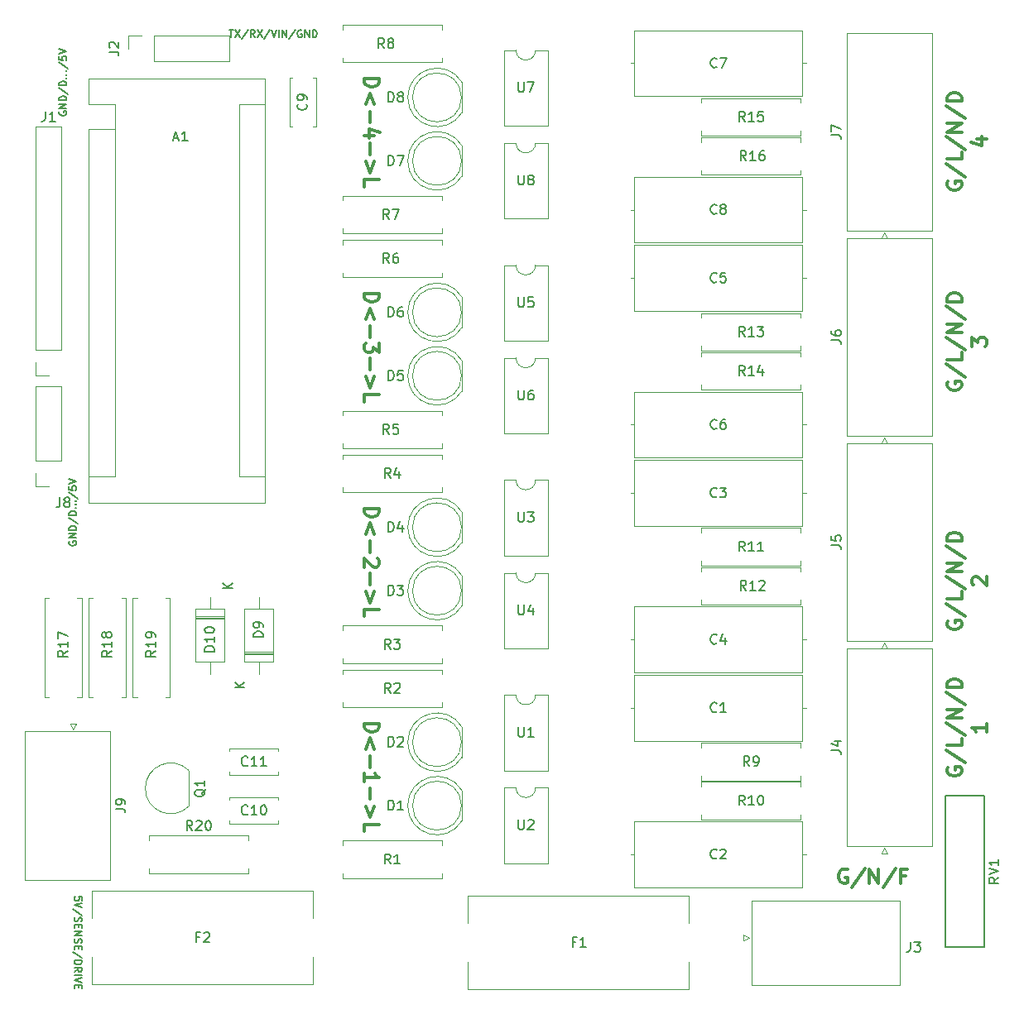
<source format=gbr>
G04 #@! TF.GenerationSoftware,KiCad,Pcbnew,5.0.1*
G04 #@! TF.CreationDate,2019-02-11T21:30:51+01:00*
G04 #@! TF.ProjectId,optocupler,6F70746F6375706C65722E6B69636164,rev?*
G04 #@! TF.SameCoordinates,Original*
G04 #@! TF.FileFunction,Legend,Top*
G04 #@! TF.FilePolarity,Positive*
%FSLAX46Y46*%
G04 Gerber Fmt 4.6, Leading zero omitted, Abs format (unit mm)*
G04 Created by KiCad (PCBNEW 5.0.1) date Mon 11 Feb 2019 21:30:51 CET*
%MOMM*%
%LPD*%
G01*
G04 APERTURE LIST*
%ADD10C,0.187500*%
%ADD11C,0.300000*%
%ADD12C,0.120000*%
%ADD13C,0.150000*%
G04 APERTURE END LIST*
D10*
X96910714Y-145196428D02*
X96910714Y-144839285D01*
X96553571Y-144803571D01*
X96589285Y-144839285D01*
X96625000Y-144910714D01*
X96625000Y-145089285D01*
X96589285Y-145160714D01*
X96553571Y-145196428D01*
X96482142Y-145232142D01*
X96303571Y-145232142D01*
X96232142Y-145196428D01*
X96196428Y-145160714D01*
X96160714Y-145089285D01*
X96160714Y-144910714D01*
X96196428Y-144839285D01*
X96232142Y-144803571D01*
X96910714Y-145446428D02*
X96160714Y-145696428D01*
X96910714Y-145946428D01*
X96946428Y-146732142D02*
X95982142Y-146089285D01*
X96196428Y-146946428D02*
X96160714Y-147053571D01*
X96160714Y-147232142D01*
X96196428Y-147303571D01*
X96232142Y-147339285D01*
X96303571Y-147375000D01*
X96375000Y-147375000D01*
X96446428Y-147339285D01*
X96482142Y-147303571D01*
X96517857Y-147232142D01*
X96553571Y-147089285D01*
X96589285Y-147017857D01*
X96625000Y-146982142D01*
X96696428Y-146946428D01*
X96767857Y-146946428D01*
X96839285Y-146982142D01*
X96875000Y-147017857D01*
X96910714Y-147089285D01*
X96910714Y-147267857D01*
X96875000Y-147375000D01*
X96553571Y-147696428D02*
X96553571Y-147946428D01*
X96160714Y-148053571D02*
X96160714Y-147696428D01*
X96910714Y-147696428D01*
X96910714Y-148053571D01*
X96160714Y-148375000D02*
X96910714Y-148375000D01*
X96160714Y-148803571D01*
X96910714Y-148803571D01*
X96196428Y-149125000D02*
X96160714Y-149232142D01*
X96160714Y-149410714D01*
X96196428Y-149482142D01*
X96232142Y-149517857D01*
X96303571Y-149553571D01*
X96375000Y-149553571D01*
X96446428Y-149517857D01*
X96482142Y-149482142D01*
X96517857Y-149410714D01*
X96553571Y-149267857D01*
X96589285Y-149196428D01*
X96625000Y-149160714D01*
X96696428Y-149125000D01*
X96767857Y-149125000D01*
X96839285Y-149160714D01*
X96875000Y-149196428D01*
X96910714Y-149267857D01*
X96910714Y-149446428D01*
X96875000Y-149553571D01*
X96553571Y-149875000D02*
X96553571Y-150125000D01*
X96160714Y-150232142D02*
X96160714Y-149875000D01*
X96910714Y-149875000D01*
X96910714Y-150232142D01*
X96946428Y-151089285D02*
X95982142Y-150446428D01*
X96160714Y-151339285D02*
X96910714Y-151339285D01*
X96910714Y-151517857D01*
X96875000Y-151625000D01*
X96803571Y-151696428D01*
X96732142Y-151732142D01*
X96589285Y-151767857D01*
X96482142Y-151767857D01*
X96339285Y-151732142D01*
X96267857Y-151696428D01*
X96196428Y-151625000D01*
X96160714Y-151517857D01*
X96160714Y-151339285D01*
X96160714Y-152517857D02*
X96517857Y-152267857D01*
X96160714Y-152089285D02*
X96910714Y-152089285D01*
X96910714Y-152375000D01*
X96875000Y-152446428D01*
X96839285Y-152482142D01*
X96767857Y-152517857D01*
X96660714Y-152517857D01*
X96589285Y-152482142D01*
X96553571Y-152446428D01*
X96517857Y-152375000D01*
X96517857Y-152089285D01*
X96160714Y-152839285D02*
X96910714Y-152839285D01*
X96910714Y-153089285D02*
X96160714Y-153339285D01*
X96910714Y-153589285D01*
X96553571Y-153839285D02*
X96553571Y-154089285D01*
X96160714Y-154196428D02*
X96160714Y-153839285D01*
X96910714Y-153839285D01*
X96910714Y-154196428D01*
D11*
X125821428Y-127071428D02*
X127321428Y-127071428D01*
X127321428Y-127428571D01*
X127250000Y-127642857D01*
X127107142Y-127785714D01*
X126964285Y-127857142D01*
X126678571Y-127928571D01*
X126464285Y-127928571D01*
X126178571Y-127857142D01*
X126035714Y-127785714D01*
X125892857Y-127642857D01*
X125821428Y-127428571D01*
X125821428Y-127071428D01*
X126821428Y-129714285D02*
X126392857Y-128571428D01*
X125964285Y-129714285D01*
X126392857Y-130428571D02*
X126392857Y-131571428D01*
X125821428Y-133071428D02*
X125821428Y-132214285D01*
X125821428Y-132642857D02*
X127321428Y-132642857D01*
X127107142Y-132500000D01*
X126964285Y-132357142D01*
X126892857Y-132214285D01*
X126392857Y-133714285D02*
X126392857Y-134857142D01*
X126821428Y-135571428D02*
X126392857Y-136714285D01*
X125964285Y-135571428D01*
X125821428Y-138142857D02*
X125821428Y-137428571D01*
X127321428Y-137428571D01*
X125821428Y-105071428D02*
X127321428Y-105071428D01*
X127321428Y-105428571D01*
X127250000Y-105642857D01*
X127107142Y-105785714D01*
X126964285Y-105857142D01*
X126678571Y-105928571D01*
X126464285Y-105928571D01*
X126178571Y-105857142D01*
X126035714Y-105785714D01*
X125892857Y-105642857D01*
X125821428Y-105428571D01*
X125821428Y-105071428D01*
X126821428Y-107714285D02*
X126392857Y-106571428D01*
X125964285Y-107714285D01*
X126392857Y-108428571D02*
X126392857Y-109571428D01*
X127178571Y-110214285D02*
X127250000Y-110285714D01*
X127321428Y-110428571D01*
X127321428Y-110785714D01*
X127250000Y-110928571D01*
X127178571Y-111000000D01*
X127035714Y-111071428D01*
X126892857Y-111071428D01*
X126678571Y-111000000D01*
X125821428Y-110142857D01*
X125821428Y-111071428D01*
X126392857Y-111714285D02*
X126392857Y-112857142D01*
X126821428Y-113571428D02*
X126392857Y-114714285D01*
X125964285Y-113571428D01*
X125821428Y-116142857D02*
X125821428Y-115428571D01*
X127321428Y-115428571D01*
X125821428Y-83071428D02*
X127321428Y-83071428D01*
X127321428Y-83428571D01*
X127250000Y-83642857D01*
X127107142Y-83785714D01*
X126964285Y-83857142D01*
X126678571Y-83928571D01*
X126464285Y-83928571D01*
X126178571Y-83857142D01*
X126035714Y-83785714D01*
X125892857Y-83642857D01*
X125821428Y-83428571D01*
X125821428Y-83071428D01*
X126821428Y-85714285D02*
X126392857Y-84571428D01*
X125964285Y-85714285D01*
X126392857Y-86428571D02*
X126392857Y-87571428D01*
X127321428Y-88142857D02*
X127321428Y-89071428D01*
X126750000Y-88571428D01*
X126750000Y-88785714D01*
X126678571Y-88928571D01*
X126607142Y-89000000D01*
X126464285Y-89071428D01*
X126107142Y-89071428D01*
X125964285Y-89000000D01*
X125892857Y-88928571D01*
X125821428Y-88785714D01*
X125821428Y-88357142D01*
X125892857Y-88214285D01*
X125964285Y-88142857D01*
X126392857Y-89714285D02*
X126392857Y-90857142D01*
X126821428Y-91571428D02*
X126392857Y-92714285D01*
X125964285Y-91571428D01*
X125821428Y-94142857D02*
X125821428Y-93428571D01*
X127321428Y-93428571D01*
X125821428Y-61071428D02*
X127321428Y-61071428D01*
X127321428Y-61428571D01*
X127250000Y-61642857D01*
X127107142Y-61785714D01*
X126964285Y-61857142D01*
X126678571Y-61928571D01*
X126464285Y-61928571D01*
X126178571Y-61857142D01*
X126035714Y-61785714D01*
X125892857Y-61642857D01*
X125821428Y-61428571D01*
X125821428Y-61071428D01*
X126821428Y-63714285D02*
X126392857Y-62571428D01*
X125964285Y-63714285D01*
X126392857Y-64428571D02*
X126392857Y-65571428D01*
X126821428Y-66928571D02*
X125821428Y-66928571D01*
X127392857Y-66571428D02*
X126321428Y-66214285D01*
X126321428Y-67142857D01*
X126392857Y-67714285D02*
X126392857Y-68857142D01*
X126821428Y-69571428D02*
X126392857Y-70714285D01*
X125964285Y-69571428D01*
X125821428Y-72142857D02*
X125821428Y-71428571D01*
X127321428Y-71428571D01*
D10*
X95625000Y-108446428D02*
X95589285Y-108517857D01*
X95589285Y-108625000D01*
X95625000Y-108732142D01*
X95696428Y-108803571D01*
X95767857Y-108839285D01*
X95910714Y-108875000D01*
X96017857Y-108875000D01*
X96160714Y-108839285D01*
X96232142Y-108803571D01*
X96303571Y-108732142D01*
X96339285Y-108625000D01*
X96339285Y-108553571D01*
X96303571Y-108446428D01*
X96267857Y-108410714D01*
X96017857Y-108410714D01*
X96017857Y-108553571D01*
X96339285Y-108089285D02*
X95589285Y-108089285D01*
X96339285Y-107660714D01*
X95589285Y-107660714D01*
X96339285Y-107303571D02*
X95589285Y-107303571D01*
X95589285Y-107125000D01*
X95625000Y-107017857D01*
X95696428Y-106946428D01*
X95767857Y-106910714D01*
X95910714Y-106875000D01*
X96017857Y-106875000D01*
X96160714Y-106910714D01*
X96232142Y-106946428D01*
X96303571Y-107017857D01*
X96339285Y-107125000D01*
X96339285Y-107303571D01*
X95553571Y-106017857D02*
X96517857Y-106660714D01*
X96339285Y-105767857D02*
X95589285Y-105767857D01*
X95589285Y-105589285D01*
X95625000Y-105482142D01*
X95696428Y-105410714D01*
X95767857Y-105375000D01*
X95910714Y-105339285D01*
X96017857Y-105339285D01*
X96160714Y-105375000D01*
X96232142Y-105410714D01*
X96303571Y-105482142D01*
X96339285Y-105589285D01*
X96339285Y-105767857D01*
X96267857Y-105017857D02*
X96303571Y-104982142D01*
X96339285Y-105017857D01*
X96303571Y-105053571D01*
X96267857Y-105017857D01*
X96339285Y-105017857D01*
X96267857Y-104660714D02*
X96303571Y-104625000D01*
X96339285Y-104660714D01*
X96303571Y-104696428D01*
X96267857Y-104660714D01*
X96339285Y-104660714D01*
X96267857Y-104303571D02*
X96303571Y-104267857D01*
X96339285Y-104303571D01*
X96303571Y-104339285D01*
X96267857Y-104303571D01*
X96339285Y-104303571D01*
X95553571Y-103410714D02*
X96517857Y-104053571D01*
X95589285Y-102803571D02*
X95589285Y-103160714D01*
X95946428Y-103196428D01*
X95910714Y-103160714D01*
X95875000Y-103089285D01*
X95875000Y-102910714D01*
X95910714Y-102839285D01*
X95946428Y-102803571D01*
X96017857Y-102767857D01*
X96196428Y-102767857D01*
X96267857Y-102803571D01*
X96303571Y-102839285D01*
X96339285Y-102910714D01*
X96339285Y-103089285D01*
X96303571Y-103160714D01*
X96267857Y-103196428D01*
X95589285Y-102553571D02*
X96339285Y-102303571D01*
X95589285Y-102053571D01*
X94625000Y-64446428D02*
X94589285Y-64517857D01*
X94589285Y-64625000D01*
X94625000Y-64732142D01*
X94696428Y-64803571D01*
X94767857Y-64839285D01*
X94910714Y-64875000D01*
X95017857Y-64875000D01*
X95160714Y-64839285D01*
X95232142Y-64803571D01*
X95303571Y-64732142D01*
X95339285Y-64625000D01*
X95339285Y-64553571D01*
X95303571Y-64446428D01*
X95267857Y-64410714D01*
X95017857Y-64410714D01*
X95017857Y-64553571D01*
X95339285Y-64089285D02*
X94589285Y-64089285D01*
X95339285Y-63660714D01*
X94589285Y-63660714D01*
X95339285Y-63303571D02*
X94589285Y-63303571D01*
X94589285Y-63125000D01*
X94625000Y-63017857D01*
X94696428Y-62946428D01*
X94767857Y-62910714D01*
X94910714Y-62875000D01*
X95017857Y-62875000D01*
X95160714Y-62910714D01*
X95232142Y-62946428D01*
X95303571Y-63017857D01*
X95339285Y-63125000D01*
X95339285Y-63303571D01*
X94553571Y-62017857D02*
X95517857Y-62660714D01*
X95339285Y-61767857D02*
X94589285Y-61767857D01*
X94589285Y-61589285D01*
X94625000Y-61482142D01*
X94696428Y-61410714D01*
X94767857Y-61375000D01*
X94910714Y-61339285D01*
X95017857Y-61339285D01*
X95160714Y-61375000D01*
X95232142Y-61410714D01*
X95303571Y-61482142D01*
X95339285Y-61589285D01*
X95339285Y-61767857D01*
X95267857Y-61017857D02*
X95303571Y-60982142D01*
X95339285Y-61017857D01*
X95303571Y-61053571D01*
X95267857Y-61017857D01*
X95339285Y-61017857D01*
X95267857Y-60660714D02*
X95303571Y-60625000D01*
X95339285Y-60660714D01*
X95303571Y-60696428D01*
X95267857Y-60660714D01*
X95339285Y-60660714D01*
X95267857Y-60303571D02*
X95303571Y-60267857D01*
X95339285Y-60303571D01*
X95303571Y-60339285D01*
X95267857Y-60303571D01*
X95339285Y-60303571D01*
X94553571Y-59410714D02*
X95517857Y-60053571D01*
X94589285Y-58803571D02*
X94589285Y-59160714D01*
X94946428Y-59196428D01*
X94910714Y-59160714D01*
X94875000Y-59089285D01*
X94875000Y-58910714D01*
X94910714Y-58839285D01*
X94946428Y-58803571D01*
X95017857Y-58767857D01*
X95196428Y-58767857D01*
X95267857Y-58803571D01*
X95303571Y-58839285D01*
X95339285Y-58910714D01*
X95339285Y-59089285D01*
X95303571Y-59160714D01*
X95267857Y-59196428D01*
X94589285Y-58553571D02*
X95339285Y-58303571D01*
X94589285Y-58053571D01*
X111982142Y-56089285D02*
X112410714Y-56089285D01*
X112196428Y-56839285D02*
X112196428Y-56089285D01*
X112589285Y-56089285D02*
X113089285Y-56839285D01*
X113089285Y-56089285D02*
X112589285Y-56839285D01*
X113910714Y-56053571D02*
X113267857Y-57017857D01*
X114589285Y-56839285D02*
X114339285Y-56482142D01*
X114160714Y-56839285D02*
X114160714Y-56089285D01*
X114446428Y-56089285D01*
X114517857Y-56125000D01*
X114553571Y-56160714D01*
X114589285Y-56232142D01*
X114589285Y-56339285D01*
X114553571Y-56410714D01*
X114517857Y-56446428D01*
X114446428Y-56482142D01*
X114160714Y-56482142D01*
X114839285Y-56089285D02*
X115339285Y-56839285D01*
X115339285Y-56089285D02*
X114839285Y-56839285D01*
X116160714Y-56053571D02*
X115517857Y-57017857D01*
X116303571Y-56089285D02*
X116553571Y-56839285D01*
X116803571Y-56089285D01*
X117053571Y-56839285D02*
X117053571Y-56089285D01*
X117410714Y-56839285D02*
X117410714Y-56089285D01*
X117839285Y-56839285D01*
X117839285Y-56089285D01*
X118732142Y-56053571D02*
X118089285Y-57017857D01*
X119375000Y-56125000D02*
X119303571Y-56089285D01*
X119196428Y-56089285D01*
X119089285Y-56125000D01*
X119017857Y-56196428D01*
X118982142Y-56267857D01*
X118946428Y-56410714D01*
X118946428Y-56517857D01*
X118982142Y-56660714D01*
X119017857Y-56732142D01*
X119089285Y-56803571D01*
X119196428Y-56839285D01*
X119267857Y-56839285D01*
X119375000Y-56803571D01*
X119410714Y-56767857D01*
X119410714Y-56517857D01*
X119267857Y-56517857D01*
X119732142Y-56839285D02*
X119732142Y-56089285D01*
X120160714Y-56839285D01*
X120160714Y-56089285D01*
X120517857Y-56839285D02*
X120517857Y-56089285D01*
X120696428Y-56089285D01*
X120803571Y-56125000D01*
X120875000Y-56196428D01*
X120910714Y-56267857D01*
X120946428Y-56410714D01*
X120946428Y-56517857D01*
X120910714Y-56660714D01*
X120875000Y-56732142D01*
X120803571Y-56803571D01*
X120696428Y-56839285D01*
X120517857Y-56839285D01*
D11*
X185475000Y-71607142D02*
X185403571Y-71750000D01*
X185403571Y-71964285D01*
X185475000Y-72178571D01*
X185617857Y-72321428D01*
X185760714Y-72392857D01*
X186046428Y-72464285D01*
X186260714Y-72464285D01*
X186546428Y-72392857D01*
X186689285Y-72321428D01*
X186832142Y-72178571D01*
X186903571Y-71964285D01*
X186903571Y-71821428D01*
X186832142Y-71607142D01*
X186760714Y-71535714D01*
X186260714Y-71535714D01*
X186260714Y-71821428D01*
X185332142Y-69821428D02*
X187260714Y-71107142D01*
X186903571Y-68607142D02*
X186903571Y-69321428D01*
X185403571Y-69321428D01*
X185332142Y-67035714D02*
X187260714Y-68321428D01*
X186903571Y-66535714D02*
X185403571Y-66535714D01*
X186903571Y-65678571D01*
X185403571Y-65678571D01*
X185332142Y-63892857D02*
X187260714Y-65178571D01*
X186903571Y-63392857D02*
X185403571Y-63392857D01*
X185403571Y-63035714D01*
X185475000Y-62821428D01*
X185617857Y-62678571D01*
X185760714Y-62607142D01*
X186046428Y-62535714D01*
X186260714Y-62535714D01*
X186546428Y-62607142D01*
X186689285Y-62678571D01*
X186832142Y-62821428D01*
X186903571Y-63035714D01*
X186903571Y-63392857D01*
X188453571Y-67214285D02*
X189453571Y-67214285D01*
X187882142Y-67571428D02*
X188953571Y-67928571D01*
X188953571Y-67000000D01*
X185475000Y-92107142D02*
X185403571Y-92250000D01*
X185403571Y-92464285D01*
X185475000Y-92678571D01*
X185617857Y-92821428D01*
X185760714Y-92892857D01*
X186046428Y-92964285D01*
X186260714Y-92964285D01*
X186546428Y-92892857D01*
X186689285Y-92821428D01*
X186832142Y-92678571D01*
X186903571Y-92464285D01*
X186903571Y-92321428D01*
X186832142Y-92107142D01*
X186760714Y-92035714D01*
X186260714Y-92035714D01*
X186260714Y-92321428D01*
X185332142Y-90321428D02*
X187260714Y-91607142D01*
X186903571Y-89107142D02*
X186903571Y-89821428D01*
X185403571Y-89821428D01*
X185332142Y-87535714D02*
X187260714Y-88821428D01*
X186903571Y-87035714D02*
X185403571Y-87035714D01*
X186903571Y-86178571D01*
X185403571Y-86178571D01*
X185332142Y-84392857D02*
X187260714Y-85678571D01*
X186903571Y-83892857D02*
X185403571Y-83892857D01*
X185403571Y-83535714D01*
X185475000Y-83321428D01*
X185617857Y-83178571D01*
X185760714Y-83107142D01*
X186046428Y-83035714D01*
X186260714Y-83035714D01*
X186546428Y-83107142D01*
X186689285Y-83178571D01*
X186832142Y-83321428D01*
X186903571Y-83535714D01*
X186903571Y-83892857D01*
X187953571Y-88500000D02*
X187953571Y-87571428D01*
X188525000Y-88071428D01*
X188525000Y-87857142D01*
X188596428Y-87714285D01*
X188667857Y-87642857D01*
X188810714Y-87571428D01*
X189167857Y-87571428D01*
X189310714Y-87642857D01*
X189382142Y-87714285D01*
X189453571Y-87857142D01*
X189453571Y-88285714D01*
X189382142Y-88428571D01*
X189310714Y-88500000D01*
X185475000Y-116607142D02*
X185403571Y-116750000D01*
X185403571Y-116964285D01*
X185475000Y-117178571D01*
X185617857Y-117321428D01*
X185760714Y-117392857D01*
X186046428Y-117464285D01*
X186260714Y-117464285D01*
X186546428Y-117392857D01*
X186689285Y-117321428D01*
X186832142Y-117178571D01*
X186903571Y-116964285D01*
X186903571Y-116821428D01*
X186832142Y-116607142D01*
X186760714Y-116535714D01*
X186260714Y-116535714D01*
X186260714Y-116821428D01*
X185332142Y-114821428D02*
X187260714Y-116107142D01*
X186903571Y-113607142D02*
X186903571Y-114321428D01*
X185403571Y-114321428D01*
X185332142Y-112035714D02*
X187260714Y-113321428D01*
X186903571Y-111535714D02*
X185403571Y-111535714D01*
X186903571Y-110678571D01*
X185403571Y-110678571D01*
X185332142Y-108892857D02*
X187260714Y-110178571D01*
X186903571Y-108392857D02*
X185403571Y-108392857D01*
X185403571Y-108035714D01*
X185475000Y-107821428D01*
X185617857Y-107678571D01*
X185760714Y-107607142D01*
X186046428Y-107535714D01*
X186260714Y-107535714D01*
X186546428Y-107607142D01*
X186689285Y-107678571D01*
X186832142Y-107821428D01*
X186903571Y-108035714D01*
X186903571Y-108392857D01*
X188096428Y-112928571D02*
X188025000Y-112857142D01*
X187953571Y-112714285D01*
X187953571Y-112357142D01*
X188025000Y-112214285D01*
X188096428Y-112142857D01*
X188239285Y-112071428D01*
X188382142Y-112071428D01*
X188596428Y-112142857D01*
X189453571Y-113000000D01*
X189453571Y-112071428D01*
X185475000Y-131607142D02*
X185403571Y-131750000D01*
X185403571Y-131964285D01*
X185475000Y-132178571D01*
X185617857Y-132321428D01*
X185760714Y-132392857D01*
X186046428Y-132464285D01*
X186260714Y-132464285D01*
X186546428Y-132392857D01*
X186689285Y-132321428D01*
X186832142Y-132178571D01*
X186903571Y-131964285D01*
X186903571Y-131821428D01*
X186832142Y-131607142D01*
X186760714Y-131535714D01*
X186260714Y-131535714D01*
X186260714Y-131821428D01*
X185332142Y-129821428D02*
X187260714Y-131107142D01*
X186903571Y-128607142D02*
X186903571Y-129321428D01*
X185403571Y-129321428D01*
X185332142Y-127035714D02*
X187260714Y-128321428D01*
X186903571Y-126535714D02*
X185403571Y-126535714D01*
X186903571Y-125678571D01*
X185403571Y-125678571D01*
X185332142Y-123892857D02*
X187260714Y-125178571D01*
X186903571Y-123392857D02*
X185403571Y-123392857D01*
X185403571Y-123035714D01*
X185475000Y-122821428D01*
X185617857Y-122678571D01*
X185760714Y-122607142D01*
X186046428Y-122535714D01*
X186260714Y-122535714D01*
X186546428Y-122607142D01*
X186689285Y-122678571D01*
X186832142Y-122821428D01*
X186903571Y-123035714D01*
X186903571Y-123392857D01*
X189453571Y-127071428D02*
X189453571Y-127928571D01*
X189453571Y-127500000D02*
X187953571Y-127500000D01*
X188167857Y-127642857D01*
X188310714Y-127785714D01*
X188382142Y-127928571D01*
X175192857Y-142050000D02*
X175050000Y-141978571D01*
X174835714Y-141978571D01*
X174621428Y-142050000D01*
X174478571Y-142192857D01*
X174407142Y-142335714D01*
X174335714Y-142621428D01*
X174335714Y-142835714D01*
X174407142Y-143121428D01*
X174478571Y-143264285D01*
X174621428Y-143407142D01*
X174835714Y-143478571D01*
X174978571Y-143478571D01*
X175192857Y-143407142D01*
X175264285Y-143335714D01*
X175264285Y-142835714D01*
X174978571Y-142835714D01*
X176978571Y-141907142D02*
X175692857Y-143835714D01*
X177478571Y-143478571D02*
X177478571Y-141978571D01*
X178335714Y-143478571D01*
X178335714Y-141978571D01*
X180121428Y-141907142D02*
X178835714Y-143835714D01*
X181121428Y-142692857D02*
X180621428Y-142692857D01*
X180621428Y-143478571D02*
X180621428Y-141978571D01*
X181335714Y-141978571D01*
D12*
G04 #@! TO.C,C1*
X153040000Y-125500000D02*
X153380000Y-125500000D01*
X170960000Y-125500000D02*
X170620000Y-125500000D01*
X153380000Y-128870000D02*
X170620000Y-128870000D01*
X153380000Y-122130000D02*
X153380000Y-128870000D01*
X170620000Y-122130000D02*
X153380000Y-122130000D01*
X170620000Y-128870000D02*
X170620000Y-122130000D01*
G04 #@! TO.C,U7*
X143310000Y-58170000D02*
G75*
G02X141310000Y-58170000I-1000000J0D01*
G01*
X141310000Y-58170000D02*
X140060000Y-58170000D01*
X140060000Y-58170000D02*
X140060000Y-65910000D01*
X140060000Y-65910000D02*
X144560000Y-65910000D01*
X144560000Y-65910000D02*
X144560000Y-58170000D01*
X144560000Y-58170000D02*
X143310000Y-58170000D01*
G04 #@! TO.C,J6*
X178700000Y-98410000D02*
X179000000Y-97810000D01*
X179300000Y-98410000D02*
X178700000Y-98410000D01*
X179000000Y-97810000D02*
X179300000Y-98410000D01*
X175190000Y-77390000D02*
X175190000Y-97610000D01*
X183910000Y-77390000D02*
X175190000Y-77390000D01*
X183910000Y-97610000D02*
X183910000Y-77390000D01*
X175190000Y-97610000D02*
X183910000Y-97610000D01*
G04 #@! TO.C,R12*
X160280000Y-111080000D02*
X160280000Y-111560000D01*
X170420000Y-111080000D02*
X160280000Y-111080000D01*
X170420000Y-111560000D02*
X170420000Y-111080000D01*
X160280000Y-114920000D02*
X160280000Y-114440000D01*
X170420000Y-114920000D02*
X160280000Y-114920000D01*
X170420000Y-114440000D02*
X170420000Y-114920000D01*
G04 #@! TO.C,R13*
X160280000Y-85080000D02*
X160280000Y-85560000D01*
X170420000Y-85080000D02*
X160280000Y-85080000D01*
X170420000Y-85560000D02*
X170420000Y-85080000D01*
X160280000Y-88920000D02*
X160280000Y-88440000D01*
X170420000Y-88920000D02*
X160280000Y-88920000D01*
X170420000Y-88440000D02*
X170420000Y-88920000D01*
G04 #@! TO.C,R14*
X170420000Y-92440000D02*
X170420000Y-92920000D01*
X170420000Y-92920000D02*
X160280000Y-92920000D01*
X160280000Y-92920000D02*
X160280000Y-92440000D01*
X170420000Y-89560000D02*
X170420000Y-89080000D01*
X170420000Y-89080000D02*
X160280000Y-89080000D01*
X160280000Y-89080000D02*
X160280000Y-89560000D01*
G04 #@! TO.C,R15*
X160280000Y-63080000D02*
X160280000Y-63560000D01*
X170420000Y-63080000D02*
X160280000Y-63080000D01*
X170420000Y-63560000D02*
X170420000Y-63080000D01*
X160280000Y-66920000D02*
X160280000Y-66440000D01*
X170420000Y-66920000D02*
X160280000Y-66920000D01*
X170420000Y-66440000D02*
X170420000Y-66920000D01*
G04 #@! TO.C,R16*
X170420000Y-70440000D02*
X170420000Y-70920000D01*
X170420000Y-70920000D02*
X160280000Y-70920000D01*
X160280000Y-70920000D02*
X160280000Y-70440000D01*
X170420000Y-67560000D02*
X170420000Y-67080000D01*
X170420000Y-67080000D02*
X160280000Y-67080000D01*
X160280000Y-67080000D02*
X160280000Y-67560000D01*
D13*
G04 #@! TO.C,RV1*
X189225000Y-150000000D02*
X189225000Y-134500000D01*
X185225000Y-150000000D02*
X185225000Y-134500000D01*
X185225000Y-134500000D02*
X189225000Y-134500000D01*
X185225000Y-150000000D02*
X189225000Y-150000000D01*
D12*
G04 #@! TO.C,J7*
X175190000Y-76610000D02*
X183910000Y-76610000D01*
X183910000Y-76610000D02*
X183910000Y-56390000D01*
X183910000Y-56390000D02*
X175190000Y-56390000D01*
X175190000Y-56390000D02*
X175190000Y-76610000D01*
X179000000Y-76810000D02*
X179300000Y-77410000D01*
X179300000Y-77410000D02*
X178700000Y-77410000D01*
X178700000Y-77410000D02*
X179000000Y-76810000D01*
G04 #@! TO.C,J4*
X178700000Y-140410000D02*
X179000000Y-139810000D01*
X179300000Y-140410000D02*
X178700000Y-140410000D01*
X179000000Y-139810000D02*
X179300000Y-140410000D01*
X175190000Y-119390000D02*
X175190000Y-139610000D01*
X183910000Y-119390000D02*
X175190000Y-119390000D01*
X183910000Y-139610000D02*
X183910000Y-119390000D01*
X175190000Y-139610000D02*
X183910000Y-139610000D01*
G04 #@! TO.C,C3*
X153040000Y-103500000D02*
X153380000Y-103500000D01*
X170960000Y-103500000D02*
X170620000Y-103500000D01*
X153380000Y-106870000D02*
X170620000Y-106870000D01*
X153380000Y-100130000D02*
X153380000Y-106870000D01*
X170620000Y-100130000D02*
X153380000Y-100130000D01*
X170620000Y-106870000D02*
X170620000Y-100130000D01*
G04 #@! TO.C,C5*
X170620000Y-84870000D02*
X170620000Y-78130000D01*
X170620000Y-78130000D02*
X153380000Y-78130000D01*
X153380000Y-78130000D02*
X153380000Y-84870000D01*
X153380000Y-84870000D02*
X170620000Y-84870000D01*
X170960000Y-81500000D02*
X170620000Y-81500000D01*
X153040000Y-81500000D02*
X153380000Y-81500000D01*
G04 #@! TO.C,C7*
X170620000Y-62870000D02*
X170620000Y-56130000D01*
X170620000Y-56130000D02*
X153380000Y-56130000D01*
X153380000Y-56130000D02*
X153380000Y-62870000D01*
X153380000Y-62870000D02*
X170620000Y-62870000D01*
X170960000Y-59500000D02*
X170620000Y-59500000D01*
X153040000Y-59500000D02*
X153380000Y-59500000D01*
G04 #@! TO.C,J3*
X165390000Y-145190000D02*
X165390000Y-153910000D01*
X165390000Y-153910000D02*
X180610000Y-153910000D01*
X180610000Y-153910000D02*
X180610000Y-145190000D01*
X180610000Y-145190000D02*
X165390000Y-145190000D01*
X165190000Y-149000000D02*
X164590000Y-149300000D01*
X164590000Y-149300000D02*
X164590000Y-148700000D01*
X164590000Y-148700000D02*
X165190000Y-149000000D01*
G04 #@! TO.C,C6*
X153040000Y-96500000D02*
X153380000Y-96500000D01*
X170960000Y-96500000D02*
X170620000Y-96500000D01*
X153380000Y-99870000D02*
X170620000Y-99870000D01*
X153380000Y-93130000D02*
X153380000Y-99870000D01*
X170620000Y-93130000D02*
X153380000Y-93130000D01*
X170620000Y-99870000D02*
X170620000Y-93130000D01*
G04 #@! TO.C,C8*
X170620000Y-77870000D02*
X170620000Y-71130000D01*
X170620000Y-71130000D02*
X153380000Y-71130000D01*
X153380000Y-71130000D02*
X153380000Y-77870000D01*
X153380000Y-77870000D02*
X170620000Y-77870000D01*
X170960000Y-74500000D02*
X170620000Y-74500000D01*
X153040000Y-74500000D02*
X153380000Y-74500000D01*
G04 #@! TO.C,C4*
X153040000Y-118500000D02*
X153380000Y-118500000D01*
X170960000Y-118500000D02*
X170620000Y-118500000D01*
X153380000Y-121870000D02*
X170620000Y-121870000D01*
X153380000Y-115130000D02*
X153380000Y-121870000D01*
X170620000Y-115130000D02*
X153380000Y-115130000D01*
X170620000Y-121870000D02*
X170620000Y-115130000D01*
G04 #@! TO.C,C2*
X170620000Y-143870000D02*
X170620000Y-137130000D01*
X170620000Y-137130000D02*
X153380000Y-137130000D01*
X153380000Y-137130000D02*
X153380000Y-143870000D01*
X153380000Y-143870000D02*
X170620000Y-143870000D01*
X170960000Y-140500000D02*
X170620000Y-140500000D01*
X153040000Y-140500000D02*
X153380000Y-140500000D01*
G04 #@! TO.C,J5*
X175190000Y-118610000D02*
X183910000Y-118610000D01*
X183910000Y-118610000D02*
X183910000Y-98390000D01*
X183910000Y-98390000D02*
X175190000Y-98390000D01*
X175190000Y-98390000D02*
X175190000Y-118610000D01*
X179000000Y-118810000D02*
X179300000Y-119410000D01*
X179300000Y-119410000D02*
X178700000Y-119410000D01*
X178700000Y-119410000D02*
X179000000Y-118810000D01*
G04 #@! TO.C,R9*
X170420000Y-132440000D02*
X170420000Y-132920000D01*
X170420000Y-132920000D02*
X160280000Y-132920000D01*
X160280000Y-132920000D02*
X160280000Y-132440000D01*
X170420000Y-129560000D02*
X170420000Y-129080000D01*
X170420000Y-129080000D02*
X160280000Y-129080000D01*
X160280000Y-129080000D02*
X160280000Y-129560000D01*
G04 #@! TO.C,R10*
X170420000Y-136440000D02*
X170420000Y-136920000D01*
X170420000Y-136920000D02*
X160280000Y-136920000D01*
X160280000Y-136920000D02*
X160280000Y-136440000D01*
X170420000Y-133560000D02*
X170420000Y-133080000D01*
X170420000Y-133080000D02*
X160280000Y-133080000D01*
X160280000Y-133080000D02*
X160280000Y-133560000D01*
G04 #@! TO.C,R11*
X170420000Y-110440000D02*
X170420000Y-110920000D01*
X170420000Y-110920000D02*
X160280000Y-110920000D01*
X160280000Y-110920000D02*
X160280000Y-110440000D01*
X170420000Y-107560000D02*
X170420000Y-107080000D01*
X170420000Y-107080000D02*
X160280000Y-107080000D01*
X160280000Y-107080000D02*
X160280000Y-107560000D01*
G04 #@! TO.C,J2*
X101670000Y-58000000D02*
X101670000Y-56670000D01*
X101670000Y-56670000D02*
X103000000Y-56670000D01*
X104270000Y-56670000D02*
X111950000Y-56670000D01*
X111950000Y-59330000D02*
X111950000Y-56670000D01*
X104270000Y-59330000D02*
X111950000Y-59330000D01*
X104270000Y-59330000D02*
X104270000Y-56670000D01*
G04 #@! TO.C,J8*
X94830000Y-100230000D02*
X92170000Y-100230000D01*
X94830000Y-100230000D02*
X94830000Y-92550000D01*
X94830000Y-92550000D02*
X92170000Y-92550000D01*
X92170000Y-100230000D02*
X92170000Y-92550000D01*
X92170000Y-102830000D02*
X92170000Y-101500000D01*
X93500000Y-102830000D02*
X92170000Y-102830000D01*
G04 #@! TO.C,J1*
X94830000Y-88870000D02*
X92170000Y-88870000D01*
X94830000Y-88870000D02*
X94830000Y-65950000D01*
X94830000Y-65950000D02*
X92170000Y-65950000D01*
X92170000Y-88870000D02*
X92170000Y-65950000D01*
X92170000Y-91470000D02*
X92170000Y-90140000D01*
X93500000Y-91470000D02*
X92170000Y-91470000D01*
G04 #@! TO.C,R20*
X103780000Y-139060000D02*
X103780000Y-138580000D01*
X103780000Y-138580000D02*
X113920000Y-138580000D01*
X113920000Y-138580000D02*
X113920000Y-139060000D01*
X103780000Y-141940000D02*
X103780000Y-142420000D01*
X103780000Y-142420000D02*
X113920000Y-142420000D01*
X113920000Y-142420000D02*
X113920000Y-141940000D01*
G04 #@! TO.C,A1*
X100270000Y-66270000D02*
X100270000Y-63730000D01*
X100270000Y-63730000D02*
X97600000Y-63730000D01*
X97600000Y-66270000D02*
X97600000Y-104500000D01*
X97600000Y-61060000D02*
X97600000Y-63730000D01*
X112970000Y-63730000D02*
X115640000Y-63730000D01*
X112970000Y-63730000D02*
X112970000Y-101830000D01*
X112970000Y-101830000D02*
X115640000Y-101830000D01*
X100270000Y-66270000D02*
X97600000Y-66270000D01*
X100270000Y-66270000D02*
X100270000Y-101830000D01*
X100270000Y-101830000D02*
X97600000Y-101830000D01*
X97600000Y-104500000D02*
X115640000Y-104500000D01*
X115640000Y-104500000D02*
X115640000Y-61060000D01*
X115640000Y-61060000D02*
X97600000Y-61060000D01*
G04 #@! TO.C,U1*
X143310000Y-124170000D02*
G75*
G02X141310000Y-124170000I-1000000J0D01*
G01*
X141310000Y-124170000D02*
X140060000Y-124170000D01*
X140060000Y-124170000D02*
X140060000Y-131910000D01*
X140060000Y-131910000D02*
X144560000Y-131910000D01*
X144560000Y-131910000D02*
X144560000Y-124170000D01*
X144560000Y-124170000D02*
X143310000Y-124170000D01*
G04 #@! TO.C,U2*
X143310000Y-133670000D02*
G75*
G02X141310000Y-133670000I-1000000J0D01*
G01*
X141310000Y-133670000D02*
X140060000Y-133670000D01*
X140060000Y-133670000D02*
X140060000Y-141410000D01*
X140060000Y-141410000D02*
X144560000Y-141410000D01*
X144560000Y-141410000D02*
X144560000Y-133670000D01*
X144560000Y-133670000D02*
X143310000Y-133670000D01*
G04 #@! TO.C,U3*
X143310000Y-102170000D02*
G75*
G02X141310000Y-102170000I-1000000J0D01*
G01*
X141310000Y-102170000D02*
X140060000Y-102170000D01*
X140060000Y-102170000D02*
X140060000Y-109910000D01*
X140060000Y-109910000D02*
X144560000Y-109910000D01*
X144560000Y-109910000D02*
X144560000Y-102170000D01*
X144560000Y-102170000D02*
X143310000Y-102170000D01*
G04 #@! TO.C,U4*
X143310000Y-111670000D02*
G75*
G02X141310000Y-111670000I-1000000J0D01*
G01*
X141310000Y-111670000D02*
X140060000Y-111670000D01*
X140060000Y-111670000D02*
X140060000Y-119410000D01*
X140060000Y-119410000D02*
X144560000Y-119410000D01*
X144560000Y-119410000D02*
X144560000Y-111670000D01*
X144560000Y-111670000D02*
X143310000Y-111670000D01*
G04 #@! TO.C,U5*
X143310000Y-80170000D02*
G75*
G02X141310000Y-80170000I-1000000J0D01*
G01*
X141310000Y-80170000D02*
X140060000Y-80170000D01*
X140060000Y-80170000D02*
X140060000Y-87910000D01*
X140060000Y-87910000D02*
X144560000Y-87910000D01*
X144560000Y-87910000D02*
X144560000Y-80170000D01*
X144560000Y-80170000D02*
X143310000Y-80170000D01*
G04 #@! TO.C,U6*
X143310000Y-89670000D02*
G75*
G02X141310000Y-89670000I-1000000J0D01*
G01*
X141310000Y-89670000D02*
X140060000Y-89670000D01*
X140060000Y-89670000D02*
X140060000Y-97410000D01*
X140060000Y-97410000D02*
X144560000Y-97410000D01*
X144560000Y-97410000D02*
X144560000Y-89670000D01*
X144560000Y-89670000D02*
X143310000Y-89670000D01*
G04 #@! TO.C,U8*
X143310000Y-67670000D02*
G75*
G02X141310000Y-67670000I-1000000J0D01*
G01*
X141310000Y-67670000D02*
X140060000Y-67670000D01*
X140060000Y-67670000D02*
X140060000Y-75410000D01*
X140060000Y-75410000D02*
X144560000Y-75410000D01*
X144560000Y-75410000D02*
X144560000Y-67670000D01*
X144560000Y-67670000D02*
X143310000Y-67670000D01*
G04 #@! TO.C,C9*
X118130000Y-65970000D02*
X118130000Y-61030000D01*
X120870000Y-65970000D02*
X120870000Y-61030000D01*
X118130000Y-65970000D02*
X118445000Y-65970000D01*
X120555000Y-65970000D02*
X120870000Y-65970000D01*
X118130000Y-61030000D02*
X118445000Y-61030000D01*
X120555000Y-61030000D02*
X120870000Y-61030000D01*
G04 #@! TO.C,C10*
X112030000Y-134630000D02*
X116970000Y-134630000D01*
X112030000Y-137370000D02*
X116970000Y-137370000D01*
X112030000Y-134630000D02*
X112030000Y-134945000D01*
X112030000Y-137055000D02*
X112030000Y-137370000D01*
X116970000Y-134630000D02*
X116970000Y-134945000D01*
X116970000Y-137055000D02*
X116970000Y-137370000D01*
G04 #@! TO.C,C11*
X116970000Y-132055000D02*
X116970000Y-132370000D01*
X116970000Y-129630000D02*
X116970000Y-129945000D01*
X112030000Y-132055000D02*
X112030000Y-132370000D01*
X112030000Y-129630000D02*
X112030000Y-129945000D01*
X112030000Y-132370000D02*
X116970000Y-132370000D01*
X112030000Y-129630000D02*
X116970000Y-129630000D01*
G04 #@! TO.C,D1*
X130240000Y-135499538D02*
G75*
G03X135790000Y-137044830I2990000J-462D01*
G01*
X130240000Y-135500462D02*
G75*
G02X135790000Y-133955170I2990000J462D01*
G01*
X135730000Y-135500000D02*
G75*
G03X135730000Y-135500000I-2500000J0D01*
G01*
X135790000Y-137045000D02*
X135790000Y-133955000D01*
G04 #@! TO.C,D2*
X135790000Y-130545000D02*
X135790000Y-127455000D01*
X135730000Y-129000000D02*
G75*
G03X135730000Y-129000000I-2500000J0D01*
G01*
X130240000Y-129000462D02*
G75*
G02X135790000Y-127455170I2990000J462D01*
G01*
X130240000Y-128999538D02*
G75*
G03X135790000Y-130544830I2990000J-462D01*
G01*
G04 #@! TO.C,D3*
X135790000Y-115045000D02*
X135790000Y-111955000D01*
X135730000Y-113500000D02*
G75*
G03X135730000Y-113500000I-2500000J0D01*
G01*
X130240000Y-113500462D02*
G75*
G02X135790000Y-111955170I2990000J462D01*
G01*
X130240000Y-113499538D02*
G75*
G03X135790000Y-115044830I2990000J-462D01*
G01*
G04 #@! TO.C,D4*
X130240000Y-106999538D02*
G75*
G03X135790000Y-108544830I2990000J-462D01*
G01*
X130240000Y-107000462D02*
G75*
G02X135790000Y-105455170I2990000J462D01*
G01*
X135730000Y-107000000D02*
G75*
G03X135730000Y-107000000I-2500000J0D01*
G01*
X135790000Y-108545000D02*
X135790000Y-105455000D01*
G04 #@! TO.C,D5*
X130240000Y-91499538D02*
G75*
G03X135790000Y-93044830I2990000J-462D01*
G01*
X130240000Y-91500462D02*
G75*
G02X135790000Y-89955170I2990000J462D01*
G01*
X135730000Y-91500000D02*
G75*
G03X135730000Y-91500000I-2500000J0D01*
G01*
X135790000Y-93045000D02*
X135790000Y-89955000D01*
G04 #@! TO.C,D6*
X135790000Y-86545000D02*
X135790000Y-83455000D01*
X135730000Y-85000000D02*
G75*
G03X135730000Y-85000000I-2500000J0D01*
G01*
X130240000Y-85000462D02*
G75*
G02X135790000Y-83455170I2990000J462D01*
G01*
X130240000Y-84999538D02*
G75*
G03X135790000Y-86544830I2990000J-462D01*
G01*
G04 #@! TO.C,D7*
X130240000Y-69499538D02*
G75*
G03X135790000Y-71044830I2990000J-462D01*
G01*
X130240000Y-69500462D02*
G75*
G02X135790000Y-67955170I2990000J462D01*
G01*
X135730000Y-69500000D02*
G75*
G03X135730000Y-69500000I-2500000J0D01*
G01*
X135790000Y-71045000D02*
X135790000Y-67955000D01*
G04 #@! TO.C,D8*
X135790000Y-64545000D02*
X135790000Y-61455000D01*
X135730000Y-63000000D02*
G75*
G03X135730000Y-63000000I-2500000J0D01*
G01*
X130240000Y-63000462D02*
G75*
G02X135790000Y-61455170I2990000J462D01*
G01*
X130240000Y-62999538D02*
G75*
G03X135790000Y-64544830I2990000J-462D01*
G01*
G04 #@! TO.C,D9*
X113530000Y-120800000D02*
X116470000Y-120800000D01*
X116470000Y-120800000D02*
X116470000Y-115360000D01*
X116470000Y-115360000D02*
X113530000Y-115360000D01*
X113530000Y-115360000D02*
X113530000Y-120800000D01*
X115000000Y-122020000D02*
X115000000Y-120800000D01*
X115000000Y-114140000D02*
X115000000Y-115360000D01*
X113530000Y-119900000D02*
X116470000Y-119900000D01*
X113530000Y-119780000D02*
X116470000Y-119780000D01*
X113530000Y-120020000D02*
X116470000Y-120020000D01*
G04 #@! TO.C,D10*
X111470000Y-116140000D02*
X108530000Y-116140000D01*
X111470000Y-116380000D02*
X108530000Y-116380000D01*
X111470000Y-116260000D02*
X108530000Y-116260000D01*
X110000000Y-122020000D02*
X110000000Y-120800000D01*
X110000000Y-114140000D02*
X110000000Y-115360000D01*
X111470000Y-120800000D02*
X111470000Y-115360000D01*
X108530000Y-120800000D02*
X111470000Y-120800000D01*
X108530000Y-115360000D02*
X108530000Y-120800000D01*
X111470000Y-115360000D02*
X108530000Y-115360000D01*
G04 #@! TO.C,F1*
X159000000Y-144700000D02*
X159000000Y-147500000D01*
X159000000Y-144700000D02*
X136400000Y-144700000D01*
X159000000Y-154300000D02*
X136400000Y-154300000D01*
X159000000Y-151500000D02*
X159000000Y-154300000D01*
X136400000Y-151500000D02*
X136400000Y-154300000D01*
X136400000Y-144700000D02*
X136400000Y-147500000D01*
G04 #@! TO.C,F2*
X97900000Y-144200000D02*
X97900000Y-147000000D01*
X97900000Y-151000000D02*
X97900000Y-153800000D01*
X120500000Y-151000000D02*
X120500000Y-153800000D01*
X120500000Y-153800000D02*
X97900000Y-153800000D01*
X120500000Y-144200000D02*
X97900000Y-144200000D01*
X120500000Y-144200000D02*
X120500000Y-147000000D01*
G04 #@! TO.C,J9*
X96300000Y-127090000D02*
X96000000Y-127690000D01*
X95700000Y-127090000D02*
X96300000Y-127090000D01*
X96000000Y-127690000D02*
X95700000Y-127090000D01*
X99810000Y-143110000D02*
X99810000Y-127890000D01*
X91090000Y-143110000D02*
X99810000Y-143110000D01*
X91090000Y-127890000D02*
X91090000Y-143110000D01*
X99810000Y-127890000D02*
X91090000Y-127890000D01*
G04 #@! TO.C,Q1*
X107850000Y-135530000D02*
X107850000Y-131930000D01*
X107838478Y-135568478D02*
G75*
G02X103400000Y-133730000I-1838478J1838478D01*
G01*
X107838478Y-131891522D02*
G75*
G03X103400000Y-133730000I-1838478J-1838478D01*
G01*
G04 #@! TO.C,R1*
X123580000Y-139080000D02*
X123580000Y-139560000D01*
X133720000Y-139080000D02*
X123580000Y-139080000D01*
X133720000Y-139560000D02*
X133720000Y-139080000D01*
X123580000Y-142920000D02*
X123580000Y-142440000D01*
X133720000Y-142920000D02*
X123580000Y-142920000D01*
X133720000Y-142440000D02*
X133720000Y-142920000D01*
G04 #@! TO.C,R2*
X133720000Y-124940000D02*
X133720000Y-125420000D01*
X133720000Y-125420000D02*
X123580000Y-125420000D01*
X123580000Y-125420000D02*
X123580000Y-124940000D01*
X133720000Y-122060000D02*
X133720000Y-121580000D01*
X133720000Y-121580000D02*
X123580000Y-121580000D01*
X123580000Y-121580000D02*
X123580000Y-122060000D01*
G04 #@! TO.C,R3*
X123580000Y-117080000D02*
X123580000Y-117560000D01*
X133720000Y-117080000D02*
X123580000Y-117080000D01*
X133720000Y-117560000D02*
X133720000Y-117080000D01*
X123580000Y-120920000D02*
X123580000Y-120440000D01*
X133720000Y-120920000D02*
X123580000Y-120920000D01*
X133720000Y-120440000D02*
X133720000Y-120920000D01*
G04 #@! TO.C,R4*
X133720000Y-102940000D02*
X133720000Y-103420000D01*
X133720000Y-103420000D02*
X123580000Y-103420000D01*
X123580000Y-103420000D02*
X123580000Y-102940000D01*
X133720000Y-100060000D02*
X133720000Y-99580000D01*
X133720000Y-99580000D02*
X123580000Y-99580000D01*
X123580000Y-99580000D02*
X123580000Y-100060000D01*
G04 #@! TO.C,R5*
X133720000Y-98440000D02*
X133720000Y-98920000D01*
X133720000Y-98920000D02*
X123580000Y-98920000D01*
X123580000Y-98920000D02*
X123580000Y-98440000D01*
X133720000Y-95560000D02*
X133720000Y-95080000D01*
X133720000Y-95080000D02*
X123580000Y-95080000D01*
X123580000Y-95080000D02*
X123580000Y-95560000D01*
G04 #@! TO.C,R6*
X123580000Y-77580000D02*
X123580000Y-78060000D01*
X133720000Y-77580000D02*
X123580000Y-77580000D01*
X133720000Y-78060000D02*
X133720000Y-77580000D01*
X123580000Y-81420000D02*
X123580000Y-80940000D01*
X133720000Y-81420000D02*
X123580000Y-81420000D01*
X133720000Y-80940000D02*
X133720000Y-81420000D01*
G04 #@! TO.C,R7*
X123580000Y-73080000D02*
X123580000Y-73560000D01*
X133720000Y-73080000D02*
X123580000Y-73080000D01*
X133720000Y-73560000D02*
X133720000Y-73080000D01*
X123580000Y-76920000D02*
X123580000Y-76440000D01*
X133720000Y-76920000D02*
X123580000Y-76920000D01*
X133720000Y-76440000D02*
X133720000Y-76920000D01*
G04 #@! TO.C,R8*
X133720000Y-58940000D02*
X133720000Y-59420000D01*
X133720000Y-59420000D02*
X123580000Y-59420000D01*
X123580000Y-59420000D02*
X123580000Y-58940000D01*
X133720000Y-56060000D02*
X133720000Y-55580000D01*
X133720000Y-55580000D02*
X123580000Y-55580000D01*
X123580000Y-55580000D02*
X123580000Y-56060000D01*
G04 #@! TO.C,R17*
X96920000Y-114280000D02*
X96440000Y-114280000D01*
X96920000Y-124420000D02*
X96920000Y-114280000D01*
X96440000Y-124420000D02*
X96920000Y-124420000D01*
X93080000Y-114280000D02*
X93560000Y-114280000D01*
X93080000Y-124420000D02*
X93080000Y-114280000D01*
X93560000Y-124420000D02*
X93080000Y-124420000D01*
G04 #@! TO.C,R18*
X97580000Y-124420000D02*
X98060000Y-124420000D01*
X97580000Y-114280000D02*
X97580000Y-124420000D01*
X98060000Y-114280000D02*
X97580000Y-114280000D01*
X101420000Y-124420000D02*
X100940000Y-124420000D01*
X101420000Y-114280000D02*
X101420000Y-124420000D01*
X100940000Y-114280000D02*
X101420000Y-114280000D01*
G04 #@! TO.C,R19*
X105440000Y-114280000D02*
X105920000Y-114280000D01*
X105920000Y-114280000D02*
X105920000Y-124420000D01*
X105920000Y-124420000D02*
X105440000Y-124420000D01*
X102560000Y-114280000D02*
X102080000Y-114280000D01*
X102080000Y-114280000D02*
X102080000Y-124420000D01*
X102080000Y-124420000D02*
X102560000Y-124420000D01*
G04 #@! TO.C,C1*
D13*
X161833333Y-125857142D02*
X161785714Y-125904761D01*
X161642857Y-125952380D01*
X161547619Y-125952380D01*
X161404761Y-125904761D01*
X161309523Y-125809523D01*
X161261904Y-125714285D01*
X161214285Y-125523809D01*
X161214285Y-125380952D01*
X161261904Y-125190476D01*
X161309523Y-125095238D01*
X161404761Y-125000000D01*
X161547619Y-124952380D01*
X161642857Y-124952380D01*
X161785714Y-125000000D01*
X161833333Y-125047619D01*
X162785714Y-125952380D02*
X162214285Y-125952380D01*
X162500000Y-125952380D02*
X162500000Y-124952380D01*
X162404761Y-125095238D01*
X162309523Y-125190476D01*
X162214285Y-125238095D01*
G04 #@! TO.C,U7*
X141548095Y-61452380D02*
X141548095Y-62261904D01*
X141595714Y-62357142D01*
X141643333Y-62404761D01*
X141738571Y-62452380D01*
X141929047Y-62452380D01*
X142024285Y-62404761D01*
X142071904Y-62357142D01*
X142119523Y-62261904D01*
X142119523Y-61452380D01*
X142500476Y-61452380D02*
X143167142Y-61452380D01*
X142738571Y-62452380D01*
G04 #@! TO.C,J6*
X173552380Y-87833333D02*
X174266666Y-87833333D01*
X174409523Y-87880952D01*
X174504761Y-87976190D01*
X174552380Y-88119047D01*
X174552380Y-88214285D01*
X173552380Y-86928571D02*
X173552380Y-87119047D01*
X173600000Y-87214285D01*
X173647619Y-87261904D01*
X173790476Y-87357142D01*
X173980952Y-87404761D01*
X174361904Y-87404761D01*
X174457142Y-87357142D01*
X174504761Y-87309523D01*
X174552380Y-87214285D01*
X174552380Y-87023809D01*
X174504761Y-86928571D01*
X174457142Y-86880952D01*
X174361904Y-86833333D01*
X174123809Y-86833333D01*
X174028571Y-86880952D01*
X173980952Y-86928571D01*
X173933333Y-87023809D01*
X173933333Y-87214285D01*
X173980952Y-87309523D01*
X174028571Y-87357142D01*
X174123809Y-87404761D01*
G04 #@! TO.C,R12*
X164857142Y-113452380D02*
X164523809Y-112976190D01*
X164285714Y-113452380D02*
X164285714Y-112452380D01*
X164666666Y-112452380D01*
X164761904Y-112500000D01*
X164809523Y-112547619D01*
X164857142Y-112642857D01*
X164857142Y-112785714D01*
X164809523Y-112880952D01*
X164761904Y-112928571D01*
X164666666Y-112976190D01*
X164285714Y-112976190D01*
X165809523Y-113452380D02*
X165238095Y-113452380D01*
X165523809Y-113452380D02*
X165523809Y-112452380D01*
X165428571Y-112595238D01*
X165333333Y-112690476D01*
X165238095Y-112738095D01*
X166190476Y-112547619D02*
X166238095Y-112500000D01*
X166333333Y-112452380D01*
X166571428Y-112452380D01*
X166666666Y-112500000D01*
X166714285Y-112547619D01*
X166761904Y-112642857D01*
X166761904Y-112738095D01*
X166714285Y-112880952D01*
X166142857Y-113452380D01*
X166761904Y-113452380D01*
G04 #@! TO.C,R13*
X164707142Y-87452380D02*
X164373809Y-86976190D01*
X164135714Y-87452380D02*
X164135714Y-86452380D01*
X164516666Y-86452380D01*
X164611904Y-86500000D01*
X164659523Y-86547619D01*
X164707142Y-86642857D01*
X164707142Y-86785714D01*
X164659523Y-86880952D01*
X164611904Y-86928571D01*
X164516666Y-86976190D01*
X164135714Y-86976190D01*
X165659523Y-87452380D02*
X165088095Y-87452380D01*
X165373809Y-87452380D02*
X165373809Y-86452380D01*
X165278571Y-86595238D01*
X165183333Y-86690476D01*
X165088095Y-86738095D01*
X165992857Y-86452380D02*
X166611904Y-86452380D01*
X166278571Y-86833333D01*
X166421428Y-86833333D01*
X166516666Y-86880952D01*
X166564285Y-86928571D01*
X166611904Y-87023809D01*
X166611904Y-87261904D01*
X166564285Y-87357142D01*
X166516666Y-87404761D01*
X166421428Y-87452380D01*
X166135714Y-87452380D01*
X166040476Y-87404761D01*
X165992857Y-87357142D01*
G04 #@! TO.C,R14*
X164707142Y-91452380D02*
X164373809Y-90976190D01*
X164135714Y-91452380D02*
X164135714Y-90452380D01*
X164516666Y-90452380D01*
X164611904Y-90500000D01*
X164659523Y-90547619D01*
X164707142Y-90642857D01*
X164707142Y-90785714D01*
X164659523Y-90880952D01*
X164611904Y-90928571D01*
X164516666Y-90976190D01*
X164135714Y-90976190D01*
X165659523Y-91452380D02*
X165088095Y-91452380D01*
X165373809Y-91452380D02*
X165373809Y-90452380D01*
X165278571Y-90595238D01*
X165183333Y-90690476D01*
X165088095Y-90738095D01*
X166516666Y-90785714D02*
X166516666Y-91452380D01*
X166278571Y-90404761D02*
X166040476Y-91119047D01*
X166659523Y-91119047D01*
G04 #@! TO.C,R15*
X164707142Y-65452380D02*
X164373809Y-64976190D01*
X164135714Y-65452380D02*
X164135714Y-64452380D01*
X164516666Y-64452380D01*
X164611904Y-64500000D01*
X164659523Y-64547619D01*
X164707142Y-64642857D01*
X164707142Y-64785714D01*
X164659523Y-64880952D01*
X164611904Y-64928571D01*
X164516666Y-64976190D01*
X164135714Y-64976190D01*
X165659523Y-65452380D02*
X165088095Y-65452380D01*
X165373809Y-65452380D02*
X165373809Y-64452380D01*
X165278571Y-64595238D01*
X165183333Y-64690476D01*
X165088095Y-64738095D01*
X166564285Y-64452380D02*
X166088095Y-64452380D01*
X166040476Y-64928571D01*
X166088095Y-64880952D01*
X166183333Y-64833333D01*
X166421428Y-64833333D01*
X166516666Y-64880952D01*
X166564285Y-64928571D01*
X166611904Y-65023809D01*
X166611904Y-65261904D01*
X166564285Y-65357142D01*
X166516666Y-65404761D01*
X166421428Y-65452380D01*
X166183333Y-65452380D01*
X166088095Y-65404761D01*
X166040476Y-65357142D01*
G04 #@! TO.C,R16*
X164857142Y-69452380D02*
X164523809Y-68976190D01*
X164285714Y-69452380D02*
X164285714Y-68452380D01*
X164666666Y-68452380D01*
X164761904Y-68500000D01*
X164809523Y-68547619D01*
X164857142Y-68642857D01*
X164857142Y-68785714D01*
X164809523Y-68880952D01*
X164761904Y-68928571D01*
X164666666Y-68976190D01*
X164285714Y-68976190D01*
X165809523Y-69452380D02*
X165238095Y-69452380D01*
X165523809Y-69452380D02*
X165523809Y-68452380D01*
X165428571Y-68595238D01*
X165333333Y-68690476D01*
X165238095Y-68738095D01*
X166666666Y-68452380D02*
X166476190Y-68452380D01*
X166380952Y-68500000D01*
X166333333Y-68547619D01*
X166238095Y-68690476D01*
X166190476Y-68880952D01*
X166190476Y-69261904D01*
X166238095Y-69357142D01*
X166285714Y-69404761D01*
X166380952Y-69452380D01*
X166571428Y-69452380D01*
X166666666Y-69404761D01*
X166714285Y-69357142D01*
X166761904Y-69261904D01*
X166761904Y-69023809D01*
X166714285Y-68928571D01*
X166666666Y-68880952D01*
X166571428Y-68833333D01*
X166380952Y-68833333D01*
X166285714Y-68880952D01*
X166238095Y-68928571D01*
X166190476Y-69023809D01*
G04 #@! TO.C,RV1*
X190677380Y-142845238D02*
X190201190Y-143178571D01*
X190677380Y-143416666D02*
X189677380Y-143416666D01*
X189677380Y-143035714D01*
X189725000Y-142940476D01*
X189772619Y-142892857D01*
X189867857Y-142845238D01*
X190010714Y-142845238D01*
X190105952Y-142892857D01*
X190153571Y-142940476D01*
X190201190Y-143035714D01*
X190201190Y-143416666D01*
X189677380Y-142559523D02*
X190677380Y-142226190D01*
X189677380Y-141892857D01*
X190677380Y-141035714D02*
X190677380Y-141607142D01*
X190677380Y-141321428D02*
X189677380Y-141321428D01*
X189820238Y-141416666D01*
X189915476Y-141511904D01*
X189963095Y-141607142D01*
G04 #@! TO.C,J7*
X173552380Y-66833333D02*
X174266666Y-66833333D01*
X174409523Y-66880952D01*
X174504761Y-66976190D01*
X174552380Y-67119047D01*
X174552380Y-67214285D01*
X173552380Y-66452380D02*
X173552380Y-65785714D01*
X174552380Y-66214285D01*
G04 #@! TO.C,J4*
X173552380Y-129833333D02*
X174266666Y-129833333D01*
X174409523Y-129880952D01*
X174504761Y-129976190D01*
X174552380Y-130119047D01*
X174552380Y-130214285D01*
X173885714Y-128928571D02*
X174552380Y-128928571D01*
X173504761Y-129166666D02*
X174219047Y-129404761D01*
X174219047Y-128785714D01*
G04 #@! TO.C,C3*
X161833333Y-103857142D02*
X161785714Y-103904761D01*
X161642857Y-103952380D01*
X161547619Y-103952380D01*
X161404761Y-103904761D01*
X161309523Y-103809523D01*
X161261904Y-103714285D01*
X161214285Y-103523809D01*
X161214285Y-103380952D01*
X161261904Y-103190476D01*
X161309523Y-103095238D01*
X161404761Y-103000000D01*
X161547619Y-102952380D01*
X161642857Y-102952380D01*
X161785714Y-103000000D01*
X161833333Y-103047619D01*
X162166666Y-102952380D02*
X162785714Y-102952380D01*
X162452380Y-103333333D01*
X162595238Y-103333333D01*
X162690476Y-103380952D01*
X162738095Y-103428571D01*
X162785714Y-103523809D01*
X162785714Y-103761904D01*
X162738095Y-103857142D01*
X162690476Y-103904761D01*
X162595238Y-103952380D01*
X162309523Y-103952380D01*
X162214285Y-103904761D01*
X162166666Y-103857142D01*
G04 #@! TO.C,C5*
X161833333Y-81857142D02*
X161785714Y-81904761D01*
X161642857Y-81952380D01*
X161547619Y-81952380D01*
X161404761Y-81904761D01*
X161309523Y-81809523D01*
X161261904Y-81714285D01*
X161214285Y-81523809D01*
X161214285Y-81380952D01*
X161261904Y-81190476D01*
X161309523Y-81095238D01*
X161404761Y-81000000D01*
X161547619Y-80952380D01*
X161642857Y-80952380D01*
X161785714Y-81000000D01*
X161833333Y-81047619D01*
X162738095Y-80952380D02*
X162261904Y-80952380D01*
X162214285Y-81428571D01*
X162261904Y-81380952D01*
X162357142Y-81333333D01*
X162595238Y-81333333D01*
X162690476Y-81380952D01*
X162738095Y-81428571D01*
X162785714Y-81523809D01*
X162785714Y-81761904D01*
X162738095Y-81857142D01*
X162690476Y-81904761D01*
X162595238Y-81952380D01*
X162357142Y-81952380D01*
X162261904Y-81904761D01*
X162214285Y-81857142D01*
G04 #@! TO.C,C7*
X161833333Y-59857142D02*
X161785714Y-59904761D01*
X161642857Y-59952380D01*
X161547619Y-59952380D01*
X161404761Y-59904761D01*
X161309523Y-59809523D01*
X161261904Y-59714285D01*
X161214285Y-59523809D01*
X161214285Y-59380952D01*
X161261904Y-59190476D01*
X161309523Y-59095238D01*
X161404761Y-59000000D01*
X161547619Y-58952380D01*
X161642857Y-58952380D01*
X161785714Y-59000000D01*
X161833333Y-59047619D01*
X162166666Y-58952380D02*
X162833333Y-58952380D01*
X162404761Y-59952380D01*
G04 #@! TO.C,J3*
X181666666Y-149452380D02*
X181666666Y-150166666D01*
X181619047Y-150309523D01*
X181523809Y-150404761D01*
X181380952Y-150452380D01*
X181285714Y-150452380D01*
X182047619Y-149452380D02*
X182666666Y-149452380D01*
X182333333Y-149833333D01*
X182476190Y-149833333D01*
X182571428Y-149880952D01*
X182619047Y-149928571D01*
X182666666Y-150023809D01*
X182666666Y-150261904D01*
X182619047Y-150357142D01*
X182571428Y-150404761D01*
X182476190Y-150452380D01*
X182190476Y-150452380D01*
X182095238Y-150404761D01*
X182047619Y-150357142D01*
G04 #@! TO.C,C6*
X161833333Y-96857142D02*
X161785714Y-96904761D01*
X161642857Y-96952380D01*
X161547619Y-96952380D01*
X161404761Y-96904761D01*
X161309523Y-96809523D01*
X161261904Y-96714285D01*
X161214285Y-96523809D01*
X161214285Y-96380952D01*
X161261904Y-96190476D01*
X161309523Y-96095238D01*
X161404761Y-96000000D01*
X161547619Y-95952380D01*
X161642857Y-95952380D01*
X161785714Y-96000000D01*
X161833333Y-96047619D01*
X162690476Y-95952380D02*
X162500000Y-95952380D01*
X162404761Y-96000000D01*
X162357142Y-96047619D01*
X162261904Y-96190476D01*
X162214285Y-96380952D01*
X162214285Y-96761904D01*
X162261904Y-96857142D01*
X162309523Y-96904761D01*
X162404761Y-96952380D01*
X162595238Y-96952380D01*
X162690476Y-96904761D01*
X162738095Y-96857142D01*
X162785714Y-96761904D01*
X162785714Y-96523809D01*
X162738095Y-96428571D01*
X162690476Y-96380952D01*
X162595238Y-96333333D01*
X162404761Y-96333333D01*
X162309523Y-96380952D01*
X162261904Y-96428571D01*
X162214285Y-96523809D01*
G04 #@! TO.C,C8*
X161833333Y-74857142D02*
X161785714Y-74904761D01*
X161642857Y-74952380D01*
X161547619Y-74952380D01*
X161404761Y-74904761D01*
X161309523Y-74809523D01*
X161261904Y-74714285D01*
X161214285Y-74523809D01*
X161214285Y-74380952D01*
X161261904Y-74190476D01*
X161309523Y-74095238D01*
X161404761Y-74000000D01*
X161547619Y-73952380D01*
X161642857Y-73952380D01*
X161785714Y-74000000D01*
X161833333Y-74047619D01*
X162404761Y-74380952D02*
X162309523Y-74333333D01*
X162261904Y-74285714D01*
X162214285Y-74190476D01*
X162214285Y-74142857D01*
X162261904Y-74047619D01*
X162309523Y-74000000D01*
X162404761Y-73952380D01*
X162595238Y-73952380D01*
X162690476Y-74000000D01*
X162738095Y-74047619D01*
X162785714Y-74142857D01*
X162785714Y-74190476D01*
X162738095Y-74285714D01*
X162690476Y-74333333D01*
X162595238Y-74380952D01*
X162404761Y-74380952D01*
X162309523Y-74428571D01*
X162261904Y-74476190D01*
X162214285Y-74571428D01*
X162214285Y-74761904D01*
X162261904Y-74857142D01*
X162309523Y-74904761D01*
X162404761Y-74952380D01*
X162595238Y-74952380D01*
X162690476Y-74904761D01*
X162738095Y-74857142D01*
X162785714Y-74761904D01*
X162785714Y-74571428D01*
X162738095Y-74476190D01*
X162690476Y-74428571D01*
X162595238Y-74380952D01*
G04 #@! TO.C,C4*
X161833333Y-118857142D02*
X161785714Y-118904761D01*
X161642857Y-118952380D01*
X161547619Y-118952380D01*
X161404761Y-118904761D01*
X161309523Y-118809523D01*
X161261904Y-118714285D01*
X161214285Y-118523809D01*
X161214285Y-118380952D01*
X161261904Y-118190476D01*
X161309523Y-118095238D01*
X161404761Y-118000000D01*
X161547619Y-117952380D01*
X161642857Y-117952380D01*
X161785714Y-118000000D01*
X161833333Y-118047619D01*
X162690476Y-118285714D02*
X162690476Y-118952380D01*
X162452380Y-117904761D02*
X162214285Y-118619047D01*
X162833333Y-118619047D01*
G04 #@! TO.C,C2*
X161833333Y-140857142D02*
X161785714Y-140904761D01*
X161642857Y-140952380D01*
X161547619Y-140952380D01*
X161404761Y-140904761D01*
X161309523Y-140809523D01*
X161261904Y-140714285D01*
X161214285Y-140523809D01*
X161214285Y-140380952D01*
X161261904Y-140190476D01*
X161309523Y-140095238D01*
X161404761Y-140000000D01*
X161547619Y-139952380D01*
X161642857Y-139952380D01*
X161785714Y-140000000D01*
X161833333Y-140047619D01*
X162214285Y-140047619D02*
X162261904Y-140000000D01*
X162357142Y-139952380D01*
X162595238Y-139952380D01*
X162690476Y-140000000D01*
X162738095Y-140047619D01*
X162785714Y-140142857D01*
X162785714Y-140238095D01*
X162738095Y-140380952D01*
X162166666Y-140952380D01*
X162785714Y-140952380D01*
G04 #@! TO.C,J5*
X173552380Y-108833333D02*
X174266666Y-108833333D01*
X174409523Y-108880952D01*
X174504761Y-108976190D01*
X174552380Y-109119047D01*
X174552380Y-109214285D01*
X173552380Y-107880952D02*
X173552380Y-108357142D01*
X174028571Y-108404761D01*
X173980952Y-108357142D01*
X173933333Y-108261904D01*
X173933333Y-108023809D01*
X173980952Y-107928571D01*
X174028571Y-107880952D01*
X174123809Y-107833333D01*
X174361904Y-107833333D01*
X174457142Y-107880952D01*
X174504761Y-107928571D01*
X174552380Y-108023809D01*
X174552380Y-108261904D01*
X174504761Y-108357142D01*
X174457142Y-108404761D01*
G04 #@! TO.C,R9*
X165183333Y-131452380D02*
X164850000Y-130976190D01*
X164611904Y-131452380D02*
X164611904Y-130452380D01*
X164992857Y-130452380D01*
X165088095Y-130500000D01*
X165135714Y-130547619D01*
X165183333Y-130642857D01*
X165183333Y-130785714D01*
X165135714Y-130880952D01*
X165088095Y-130928571D01*
X164992857Y-130976190D01*
X164611904Y-130976190D01*
X165659523Y-131452380D02*
X165850000Y-131452380D01*
X165945238Y-131404761D01*
X165992857Y-131357142D01*
X166088095Y-131214285D01*
X166135714Y-131023809D01*
X166135714Y-130642857D01*
X166088095Y-130547619D01*
X166040476Y-130500000D01*
X165945238Y-130452380D01*
X165754761Y-130452380D01*
X165659523Y-130500000D01*
X165611904Y-130547619D01*
X165564285Y-130642857D01*
X165564285Y-130880952D01*
X165611904Y-130976190D01*
X165659523Y-131023809D01*
X165754761Y-131071428D01*
X165945238Y-131071428D01*
X166040476Y-131023809D01*
X166088095Y-130976190D01*
X166135714Y-130880952D01*
G04 #@! TO.C,R10*
X164707142Y-135452380D02*
X164373809Y-134976190D01*
X164135714Y-135452380D02*
X164135714Y-134452380D01*
X164516666Y-134452380D01*
X164611904Y-134500000D01*
X164659523Y-134547619D01*
X164707142Y-134642857D01*
X164707142Y-134785714D01*
X164659523Y-134880952D01*
X164611904Y-134928571D01*
X164516666Y-134976190D01*
X164135714Y-134976190D01*
X165659523Y-135452380D02*
X165088095Y-135452380D01*
X165373809Y-135452380D02*
X165373809Y-134452380D01*
X165278571Y-134595238D01*
X165183333Y-134690476D01*
X165088095Y-134738095D01*
X166278571Y-134452380D02*
X166373809Y-134452380D01*
X166469047Y-134500000D01*
X166516666Y-134547619D01*
X166564285Y-134642857D01*
X166611904Y-134833333D01*
X166611904Y-135071428D01*
X166564285Y-135261904D01*
X166516666Y-135357142D01*
X166469047Y-135404761D01*
X166373809Y-135452380D01*
X166278571Y-135452380D01*
X166183333Y-135404761D01*
X166135714Y-135357142D01*
X166088095Y-135261904D01*
X166040476Y-135071428D01*
X166040476Y-134833333D01*
X166088095Y-134642857D01*
X166135714Y-134547619D01*
X166183333Y-134500000D01*
X166278571Y-134452380D01*
G04 #@! TO.C,R11*
X164707142Y-109452380D02*
X164373809Y-108976190D01*
X164135714Y-109452380D02*
X164135714Y-108452380D01*
X164516666Y-108452380D01*
X164611904Y-108500000D01*
X164659523Y-108547619D01*
X164707142Y-108642857D01*
X164707142Y-108785714D01*
X164659523Y-108880952D01*
X164611904Y-108928571D01*
X164516666Y-108976190D01*
X164135714Y-108976190D01*
X165659523Y-109452380D02*
X165088095Y-109452380D01*
X165373809Y-109452380D02*
X165373809Y-108452380D01*
X165278571Y-108595238D01*
X165183333Y-108690476D01*
X165088095Y-108738095D01*
X166611904Y-109452380D02*
X166040476Y-109452380D01*
X166326190Y-109452380D02*
X166326190Y-108452380D01*
X166230952Y-108595238D01*
X166135714Y-108690476D01*
X166040476Y-108738095D01*
G04 #@! TO.C,J2*
X99682380Y-58333333D02*
X100396666Y-58333333D01*
X100539523Y-58380952D01*
X100634761Y-58476190D01*
X100682380Y-58619047D01*
X100682380Y-58714285D01*
X99777619Y-57904761D02*
X99730000Y-57857142D01*
X99682380Y-57761904D01*
X99682380Y-57523809D01*
X99730000Y-57428571D01*
X99777619Y-57380952D01*
X99872857Y-57333333D01*
X99968095Y-57333333D01*
X100110952Y-57380952D01*
X100682380Y-57952380D01*
X100682380Y-57333333D01*
G04 #@! TO.C,J8*
X94666666Y-103952380D02*
X94666666Y-104666666D01*
X94619047Y-104809523D01*
X94523809Y-104904761D01*
X94380952Y-104952380D01*
X94285714Y-104952380D01*
X95285714Y-104380952D02*
X95190476Y-104333333D01*
X95142857Y-104285714D01*
X95095238Y-104190476D01*
X95095238Y-104142857D01*
X95142857Y-104047619D01*
X95190476Y-104000000D01*
X95285714Y-103952380D01*
X95476190Y-103952380D01*
X95571428Y-104000000D01*
X95619047Y-104047619D01*
X95666666Y-104142857D01*
X95666666Y-104190476D01*
X95619047Y-104285714D01*
X95571428Y-104333333D01*
X95476190Y-104380952D01*
X95285714Y-104380952D01*
X95190476Y-104428571D01*
X95142857Y-104476190D01*
X95095238Y-104571428D01*
X95095238Y-104761904D01*
X95142857Y-104857142D01*
X95190476Y-104904761D01*
X95285714Y-104952380D01*
X95476190Y-104952380D01*
X95571428Y-104904761D01*
X95619047Y-104857142D01*
X95666666Y-104761904D01*
X95666666Y-104571428D01*
X95619047Y-104476190D01*
X95571428Y-104428571D01*
X95476190Y-104380952D01*
G04 #@! TO.C,J1*
X93166666Y-64452380D02*
X93166666Y-65166666D01*
X93119047Y-65309523D01*
X93023809Y-65404761D01*
X92880952Y-65452380D01*
X92785714Y-65452380D01*
X94166666Y-65452380D02*
X93595238Y-65452380D01*
X93880952Y-65452380D02*
X93880952Y-64452380D01*
X93785714Y-64595238D01*
X93690476Y-64690476D01*
X93595238Y-64738095D01*
G04 #@! TO.C,R20*
X108207142Y-138032380D02*
X107873809Y-137556190D01*
X107635714Y-138032380D02*
X107635714Y-137032380D01*
X108016666Y-137032380D01*
X108111904Y-137080000D01*
X108159523Y-137127619D01*
X108207142Y-137222857D01*
X108207142Y-137365714D01*
X108159523Y-137460952D01*
X108111904Y-137508571D01*
X108016666Y-137556190D01*
X107635714Y-137556190D01*
X108588095Y-137127619D02*
X108635714Y-137080000D01*
X108730952Y-137032380D01*
X108969047Y-137032380D01*
X109064285Y-137080000D01*
X109111904Y-137127619D01*
X109159523Y-137222857D01*
X109159523Y-137318095D01*
X109111904Y-137460952D01*
X108540476Y-138032380D01*
X109159523Y-138032380D01*
X109778571Y-137032380D02*
X109873809Y-137032380D01*
X109969047Y-137080000D01*
X110016666Y-137127619D01*
X110064285Y-137222857D01*
X110111904Y-137413333D01*
X110111904Y-137651428D01*
X110064285Y-137841904D01*
X110016666Y-137937142D01*
X109969047Y-137984761D01*
X109873809Y-138032380D01*
X109778571Y-138032380D01*
X109683333Y-137984761D01*
X109635714Y-137937142D01*
X109588095Y-137841904D01*
X109540476Y-137651428D01*
X109540476Y-137413333D01*
X109588095Y-137222857D01*
X109635714Y-137127619D01*
X109683333Y-137080000D01*
X109778571Y-137032380D01*
G04 #@! TO.C,A1*
X106285714Y-67166666D02*
X106761904Y-67166666D01*
X106190476Y-67452380D02*
X106523809Y-66452380D01*
X106857142Y-67452380D01*
X107714285Y-67452380D02*
X107142857Y-67452380D01*
X107428571Y-67452380D02*
X107428571Y-66452380D01*
X107333333Y-66595238D01*
X107238095Y-66690476D01*
X107142857Y-66738095D01*
G04 #@! TO.C,U1*
X141548095Y-127452380D02*
X141548095Y-128261904D01*
X141595714Y-128357142D01*
X141643333Y-128404761D01*
X141738571Y-128452380D01*
X141929047Y-128452380D01*
X142024285Y-128404761D01*
X142071904Y-128357142D01*
X142119523Y-128261904D01*
X142119523Y-127452380D01*
X143119523Y-128452380D02*
X142548095Y-128452380D01*
X142833809Y-128452380D02*
X142833809Y-127452380D01*
X142738571Y-127595238D01*
X142643333Y-127690476D01*
X142548095Y-127738095D01*
G04 #@! TO.C,U2*
X141548095Y-136952380D02*
X141548095Y-137761904D01*
X141595714Y-137857142D01*
X141643333Y-137904761D01*
X141738571Y-137952380D01*
X141929047Y-137952380D01*
X142024285Y-137904761D01*
X142071904Y-137857142D01*
X142119523Y-137761904D01*
X142119523Y-136952380D01*
X142548095Y-137047619D02*
X142595714Y-137000000D01*
X142690952Y-136952380D01*
X142929047Y-136952380D01*
X143024285Y-137000000D01*
X143071904Y-137047619D01*
X143119523Y-137142857D01*
X143119523Y-137238095D01*
X143071904Y-137380952D01*
X142500476Y-137952380D01*
X143119523Y-137952380D01*
G04 #@! TO.C,U3*
X141548095Y-105452380D02*
X141548095Y-106261904D01*
X141595714Y-106357142D01*
X141643333Y-106404761D01*
X141738571Y-106452380D01*
X141929047Y-106452380D01*
X142024285Y-106404761D01*
X142071904Y-106357142D01*
X142119523Y-106261904D01*
X142119523Y-105452380D01*
X142500476Y-105452380D02*
X143119523Y-105452380D01*
X142786190Y-105833333D01*
X142929047Y-105833333D01*
X143024285Y-105880952D01*
X143071904Y-105928571D01*
X143119523Y-106023809D01*
X143119523Y-106261904D01*
X143071904Y-106357142D01*
X143024285Y-106404761D01*
X142929047Y-106452380D01*
X142643333Y-106452380D01*
X142548095Y-106404761D01*
X142500476Y-106357142D01*
G04 #@! TO.C,U4*
X141548095Y-114952380D02*
X141548095Y-115761904D01*
X141595714Y-115857142D01*
X141643333Y-115904761D01*
X141738571Y-115952380D01*
X141929047Y-115952380D01*
X142024285Y-115904761D01*
X142071904Y-115857142D01*
X142119523Y-115761904D01*
X142119523Y-114952380D01*
X143024285Y-115285714D02*
X143024285Y-115952380D01*
X142786190Y-114904761D02*
X142548095Y-115619047D01*
X143167142Y-115619047D01*
G04 #@! TO.C,U5*
X141548095Y-83452380D02*
X141548095Y-84261904D01*
X141595714Y-84357142D01*
X141643333Y-84404761D01*
X141738571Y-84452380D01*
X141929047Y-84452380D01*
X142024285Y-84404761D01*
X142071904Y-84357142D01*
X142119523Y-84261904D01*
X142119523Y-83452380D01*
X143071904Y-83452380D02*
X142595714Y-83452380D01*
X142548095Y-83928571D01*
X142595714Y-83880952D01*
X142690952Y-83833333D01*
X142929047Y-83833333D01*
X143024285Y-83880952D01*
X143071904Y-83928571D01*
X143119523Y-84023809D01*
X143119523Y-84261904D01*
X143071904Y-84357142D01*
X143024285Y-84404761D01*
X142929047Y-84452380D01*
X142690952Y-84452380D01*
X142595714Y-84404761D01*
X142548095Y-84357142D01*
G04 #@! TO.C,U6*
X141548095Y-92952380D02*
X141548095Y-93761904D01*
X141595714Y-93857142D01*
X141643333Y-93904761D01*
X141738571Y-93952380D01*
X141929047Y-93952380D01*
X142024285Y-93904761D01*
X142071904Y-93857142D01*
X142119523Y-93761904D01*
X142119523Y-92952380D01*
X143024285Y-92952380D02*
X142833809Y-92952380D01*
X142738571Y-93000000D01*
X142690952Y-93047619D01*
X142595714Y-93190476D01*
X142548095Y-93380952D01*
X142548095Y-93761904D01*
X142595714Y-93857142D01*
X142643333Y-93904761D01*
X142738571Y-93952380D01*
X142929047Y-93952380D01*
X143024285Y-93904761D01*
X143071904Y-93857142D01*
X143119523Y-93761904D01*
X143119523Y-93523809D01*
X143071904Y-93428571D01*
X143024285Y-93380952D01*
X142929047Y-93333333D01*
X142738571Y-93333333D01*
X142643333Y-93380952D01*
X142595714Y-93428571D01*
X142548095Y-93523809D01*
G04 #@! TO.C,U8*
X141548095Y-70952380D02*
X141548095Y-71761904D01*
X141595714Y-71857142D01*
X141643333Y-71904761D01*
X141738571Y-71952380D01*
X141929047Y-71952380D01*
X142024285Y-71904761D01*
X142071904Y-71857142D01*
X142119523Y-71761904D01*
X142119523Y-70952380D01*
X142738571Y-71380952D02*
X142643333Y-71333333D01*
X142595714Y-71285714D01*
X142548095Y-71190476D01*
X142548095Y-71142857D01*
X142595714Y-71047619D01*
X142643333Y-71000000D01*
X142738571Y-70952380D01*
X142929047Y-70952380D01*
X143024285Y-71000000D01*
X143071904Y-71047619D01*
X143119523Y-71142857D01*
X143119523Y-71190476D01*
X143071904Y-71285714D01*
X143024285Y-71333333D01*
X142929047Y-71380952D01*
X142738571Y-71380952D01*
X142643333Y-71428571D01*
X142595714Y-71476190D01*
X142548095Y-71571428D01*
X142548095Y-71761904D01*
X142595714Y-71857142D01*
X142643333Y-71904761D01*
X142738571Y-71952380D01*
X142929047Y-71952380D01*
X143024285Y-71904761D01*
X143071904Y-71857142D01*
X143119523Y-71761904D01*
X143119523Y-71571428D01*
X143071904Y-71476190D01*
X143024285Y-71428571D01*
X142929047Y-71380952D01*
G04 #@! TO.C,C9*
X119857142Y-63666666D02*
X119904761Y-63714285D01*
X119952380Y-63857142D01*
X119952380Y-63952380D01*
X119904761Y-64095238D01*
X119809523Y-64190476D01*
X119714285Y-64238095D01*
X119523809Y-64285714D01*
X119380952Y-64285714D01*
X119190476Y-64238095D01*
X119095238Y-64190476D01*
X119000000Y-64095238D01*
X118952380Y-63952380D01*
X118952380Y-63857142D01*
X119000000Y-63714285D01*
X119047619Y-63666666D01*
X119952380Y-63190476D02*
X119952380Y-63000000D01*
X119904761Y-62904761D01*
X119857142Y-62857142D01*
X119714285Y-62761904D01*
X119523809Y-62714285D01*
X119142857Y-62714285D01*
X119047619Y-62761904D01*
X119000000Y-62809523D01*
X118952380Y-62904761D01*
X118952380Y-63095238D01*
X119000000Y-63190476D01*
X119047619Y-63238095D01*
X119142857Y-63285714D01*
X119380952Y-63285714D01*
X119476190Y-63238095D01*
X119523809Y-63190476D01*
X119571428Y-63095238D01*
X119571428Y-62904761D01*
X119523809Y-62809523D01*
X119476190Y-62761904D01*
X119380952Y-62714285D01*
G04 #@! TO.C,C10*
X113857142Y-136357142D02*
X113809523Y-136404761D01*
X113666666Y-136452380D01*
X113571428Y-136452380D01*
X113428571Y-136404761D01*
X113333333Y-136309523D01*
X113285714Y-136214285D01*
X113238095Y-136023809D01*
X113238095Y-135880952D01*
X113285714Y-135690476D01*
X113333333Y-135595238D01*
X113428571Y-135500000D01*
X113571428Y-135452380D01*
X113666666Y-135452380D01*
X113809523Y-135500000D01*
X113857142Y-135547619D01*
X114809523Y-136452380D02*
X114238095Y-136452380D01*
X114523809Y-136452380D02*
X114523809Y-135452380D01*
X114428571Y-135595238D01*
X114333333Y-135690476D01*
X114238095Y-135738095D01*
X115428571Y-135452380D02*
X115523809Y-135452380D01*
X115619047Y-135500000D01*
X115666666Y-135547619D01*
X115714285Y-135642857D01*
X115761904Y-135833333D01*
X115761904Y-136071428D01*
X115714285Y-136261904D01*
X115666666Y-136357142D01*
X115619047Y-136404761D01*
X115523809Y-136452380D01*
X115428571Y-136452380D01*
X115333333Y-136404761D01*
X115285714Y-136357142D01*
X115238095Y-136261904D01*
X115190476Y-136071428D01*
X115190476Y-135833333D01*
X115238095Y-135642857D01*
X115285714Y-135547619D01*
X115333333Y-135500000D01*
X115428571Y-135452380D01*
G04 #@! TO.C,C11*
X113857142Y-131357142D02*
X113809523Y-131404761D01*
X113666666Y-131452380D01*
X113571428Y-131452380D01*
X113428571Y-131404761D01*
X113333333Y-131309523D01*
X113285714Y-131214285D01*
X113238095Y-131023809D01*
X113238095Y-130880952D01*
X113285714Y-130690476D01*
X113333333Y-130595238D01*
X113428571Y-130500000D01*
X113571428Y-130452380D01*
X113666666Y-130452380D01*
X113809523Y-130500000D01*
X113857142Y-130547619D01*
X114809523Y-131452380D02*
X114238095Y-131452380D01*
X114523809Y-131452380D02*
X114523809Y-130452380D01*
X114428571Y-130595238D01*
X114333333Y-130690476D01*
X114238095Y-130738095D01*
X115761904Y-131452380D02*
X115190476Y-131452380D01*
X115476190Y-131452380D02*
X115476190Y-130452380D01*
X115380952Y-130595238D01*
X115285714Y-130690476D01*
X115190476Y-130738095D01*
G04 #@! TO.C,D1*
X128261904Y-135952380D02*
X128261904Y-134952380D01*
X128500000Y-134952380D01*
X128642857Y-135000000D01*
X128738095Y-135095238D01*
X128785714Y-135190476D01*
X128833333Y-135380952D01*
X128833333Y-135523809D01*
X128785714Y-135714285D01*
X128738095Y-135809523D01*
X128642857Y-135904761D01*
X128500000Y-135952380D01*
X128261904Y-135952380D01*
X129785714Y-135952380D02*
X129214285Y-135952380D01*
X129500000Y-135952380D02*
X129500000Y-134952380D01*
X129404761Y-135095238D01*
X129309523Y-135190476D01*
X129214285Y-135238095D01*
G04 #@! TO.C,D2*
X128261904Y-129452380D02*
X128261904Y-128452380D01*
X128500000Y-128452380D01*
X128642857Y-128500000D01*
X128738095Y-128595238D01*
X128785714Y-128690476D01*
X128833333Y-128880952D01*
X128833333Y-129023809D01*
X128785714Y-129214285D01*
X128738095Y-129309523D01*
X128642857Y-129404761D01*
X128500000Y-129452380D01*
X128261904Y-129452380D01*
X129214285Y-128547619D02*
X129261904Y-128500000D01*
X129357142Y-128452380D01*
X129595238Y-128452380D01*
X129690476Y-128500000D01*
X129738095Y-128547619D01*
X129785714Y-128642857D01*
X129785714Y-128738095D01*
X129738095Y-128880952D01*
X129166666Y-129452380D01*
X129785714Y-129452380D01*
G04 #@! TO.C,D3*
X128261904Y-113952380D02*
X128261904Y-112952380D01*
X128500000Y-112952380D01*
X128642857Y-113000000D01*
X128738095Y-113095238D01*
X128785714Y-113190476D01*
X128833333Y-113380952D01*
X128833333Y-113523809D01*
X128785714Y-113714285D01*
X128738095Y-113809523D01*
X128642857Y-113904761D01*
X128500000Y-113952380D01*
X128261904Y-113952380D01*
X129166666Y-112952380D02*
X129785714Y-112952380D01*
X129452380Y-113333333D01*
X129595238Y-113333333D01*
X129690476Y-113380952D01*
X129738095Y-113428571D01*
X129785714Y-113523809D01*
X129785714Y-113761904D01*
X129738095Y-113857142D01*
X129690476Y-113904761D01*
X129595238Y-113952380D01*
X129309523Y-113952380D01*
X129214285Y-113904761D01*
X129166666Y-113857142D01*
G04 #@! TO.C,D4*
X128261904Y-107452380D02*
X128261904Y-106452380D01*
X128500000Y-106452380D01*
X128642857Y-106500000D01*
X128738095Y-106595238D01*
X128785714Y-106690476D01*
X128833333Y-106880952D01*
X128833333Y-107023809D01*
X128785714Y-107214285D01*
X128738095Y-107309523D01*
X128642857Y-107404761D01*
X128500000Y-107452380D01*
X128261904Y-107452380D01*
X129690476Y-106785714D02*
X129690476Y-107452380D01*
X129452380Y-106404761D02*
X129214285Y-107119047D01*
X129833333Y-107119047D01*
G04 #@! TO.C,D5*
X128261904Y-91952380D02*
X128261904Y-90952380D01*
X128500000Y-90952380D01*
X128642857Y-91000000D01*
X128738095Y-91095238D01*
X128785714Y-91190476D01*
X128833333Y-91380952D01*
X128833333Y-91523809D01*
X128785714Y-91714285D01*
X128738095Y-91809523D01*
X128642857Y-91904761D01*
X128500000Y-91952380D01*
X128261904Y-91952380D01*
X129738095Y-90952380D02*
X129261904Y-90952380D01*
X129214285Y-91428571D01*
X129261904Y-91380952D01*
X129357142Y-91333333D01*
X129595238Y-91333333D01*
X129690476Y-91380952D01*
X129738095Y-91428571D01*
X129785714Y-91523809D01*
X129785714Y-91761904D01*
X129738095Y-91857142D01*
X129690476Y-91904761D01*
X129595238Y-91952380D01*
X129357142Y-91952380D01*
X129261904Y-91904761D01*
X129214285Y-91857142D01*
G04 #@! TO.C,D6*
X128261904Y-85452380D02*
X128261904Y-84452380D01*
X128500000Y-84452380D01*
X128642857Y-84500000D01*
X128738095Y-84595238D01*
X128785714Y-84690476D01*
X128833333Y-84880952D01*
X128833333Y-85023809D01*
X128785714Y-85214285D01*
X128738095Y-85309523D01*
X128642857Y-85404761D01*
X128500000Y-85452380D01*
X128261904Y-85452380D01*
X129690476Y-84452380D02*
X129500000Y-84452380D01*
X129404761Y-84500000D01*
X129357142Y-84547619D01*
X129261904Y-84690476D01*
X129214285Y-84880952D01*
X129214285Y-85261904D01*
X129261904Y-85357142D01*
X129309523Y-85404761D01*
X129404761Y-85452380D01*
X129595238Y-85452380D01*
X129690476Y-85404761D01*
X129738095Y-85357142D01*
X129785714Y-85261904D01*
X129785714Y-85023809D01*
X129738095Y-84928571D01*
X129690476Y-84880952D01*
X129595238Y-84833333D01*
X129404761Y-84833333D01*
X129309523Y-84880952D01*
X129261904Y-84928571D01*
X129214285Y-85023809D01*
G04 #@! TO.C,D7*
X128261904Y-69952380D02*
X128261904Y-68952380D01*
X128500000Y-68952380D01*
X128642857Y-69000000D01*
X128738095Y-69095238D01*
X128785714Y-69190476D01*
X128833333Y-69380952D01*
X128833333Y-69523809D01*
X128785714Y-69714285D01*
X128738095Y-69809523D01*
X128642857Y-69904761D01*
X128500000Y-69952380D01*
X128261904Y-69952380D01*
X129166666Y-68952380D02*
X129833333Y-68952380D01*
X129404761Y-69952380D01*
G04 #@! TO.C,D8*
X128261904Y-63452380D02*
X128261904Y-62452380D01*
X128500000Y-62452380D01*
X128642857Y-62500000D01*
X128738095Y-62595238D01*
X128785714Y-62690476D01*
X128833333Y-62880952D01*
X128833333Y-63023809D01*
X128785714Y-63214285D01*
X128738095Y-63309523D01*
X128642857Y-63404761D01*
X128500000Y-63452380D01*
X128261904Y-63452380D01*
X129404761Y-62880952D02*
X129309523Y-62833333D01*
X129261904Y-62785714D01*
X129214285Y-62690476D01*
X129214285Y-62642857D01*
X129261904Y-62547619D01*
X129309523Y-62500000D01*
X129404761Y-62452380D01*
X129595238Y-62452380D01*
X129690476Y-62500000D01*
X129738095Y-62547619D01*
X129785714Y-62642857D01*
X129785714Y-62690476D01*
X129738095Y-62785714D01*
X129690476Y-62833333D01*
X129595238Y-62880952D01*
X129404761Y-62880952D01*
X129309523Y-62928571D01*
X129261904Y-62976190D01*
X129214285Y-63071428D01*
X129214285Y-63261904D01*
X129261904Y-63357142D01*
X129309523Y-63404761D01*
X129404761Y-63452380D01*
X129595238Y-63452380D01*
X129690476Y-63404761D01*
X129738095Y-63357142D01*
X129785714Y-63261904D01*
X129785714Y-63071428D01*
X129738095Y-62976190D01*
X129690476Y-62928571D01*
X129595238Y-62880952D01*
G04 #@! TO.C,D9*
X115452380Y-118238095D02*
X114452380Y-118238095D01*
X114452380Y-118000000D01*
X114500000Y-117857142D01*
X114595238Y-117761904D01*
X114690476Y-117714285D01*
X114880952Y-117666666D01*
X115023809Y-117666666D01*
X115214285Y-117714285D01*
X115309523Y-117761904D01*
X115404761Y-117857142D01*
X115452380Y-118000000D01*
X115452380Y-118238095D01*
X115452380Y-117190476D02*
X115452380Y-117000000D01*
X115404761Y-116904761D01*
X115357142Y-116857142D01*
X115214285Y-116761904D01*
X115023809Y-116714285D01*
X114642857Y-116714285D01*
X114547619Y-116761904D01*
X114500000Y-116809523D01*
X114452380Y-116904761D01*
X114452380Y-117095238D01*
X114500000Y-117190476D01*
X114547619Y-117238095D01*
X114642857Y-117285714D01*
X114880952Y-117285714D01*
X114976190Y-117238095D01*
X115023809Y-117190476D01*
X115071428Y-117095238D01*
X115071428Y-116904761D01*
X115023809Y-116809523D01*
X114976190Y-116761904D01*
X114880952Y-116714285D01*
X113552380Y-123421904D02*
X112552380Y-123421904D01*
X113552380Y-122850476D02*
X112980952Y-123279047D01*
X112552380Y-122850476D02*
X113123809Y-123421904D01*
G04 #@! TO.C,D10*
X110452380Y-119714285D02*
X109452380Y-119714285D01*
X109452380Y-119476190D01*
X109500000Y-119333333D01*
X109595238Y-119238095D01*
X109690476Y-119190476D01*
X109880952Y-119142857D01*
X110023809Y-119142857D01*
X110214285Y-119190476D01*
X110309523Y-119238095D01*
X110404761Y-119333333D01*
X110452380Y-119476190D01*
X110452380Y-119714285D01*
X110452380Y-118190476D02*
X110452380Y-118761904D01*
X110452380Y-118476190D02*
X109452380Y-118476190D01*
X109595238Y-118571428D01*
X109690476Y-118666666D01*
X109738095Y-118761904D01*
X109452380Y-117571428D02*
X109452380Y-117476190D01*
X109500000Y-117380952D01*
X109547619Y-117333333D01*
X109642857Y-117285714D01*
X109833333Y-117238095D01*
X110071428Y-117238095D01*
X110261904Y-117285714D01*
X110357142Y-117333333D01*
X110404761Y-117380952D01*
X110452380Y-117476190D01*
X110452380Y-117571428D01*
X110404761Y-117666666D01*
X110357142Y-117714285D01*
X110261904Y-117761904D01*
X110071428Y-117809523D01*
X109833333Y-117809523D01*
X109642857Y-117761904D01*
X109547619Y-117714285D01*
X109500000Y-117666666D01*
X109452380Y-117571428D01*
X112352380Y-113261904D02*
X111352380Y-113261904D01*
X112352380Y-112690476D02*
X111780952Y-113119047D01*
X111352380Y-112690476D02*
X111923809Y-113261904D01*
G04 #@! TO.C,F1*
X147416666Y-149428571D02*
X147083333Y-149428571D01*
X147083333Y-149952380D02*
X147083333Y-148952380D01*
X147559523Y-148952380D01*
X148464285Y-149952380D02*
X147892857Y-149952380D01*
X148178571Y-149952380D02*
X148178571Y-148952380D01*
X148083333Y-149095238D01*
X147988095Y-149190476D01*
X147892857Y-149238095D01*
G04 #@! TO.C,F2*
X108916666Y-148928571D02*
X108583333Y-148928571D01*
X108583333Y-149452380D02*
X108583333Y-148452380D01*
X109059523Y-148452380D01*
X109392857Y-148547619D02*
X109440476Y-148500000D01*
X109535714Y-148452380D01*
X109773809Y-148452380D01*
X109869047Y-148500000D01*
X109916666Y-148547619D01*
X109964285Y-148642857D01*
X109964285Y-148738095D01*
X109916666Y-148880952D01*
X109345238Y-149452380D01*
X109964285Y-149452380D01*
G04 #@! TO.C,J9*
X100352380Y-135833333D02*
X101066666Y-135833333D01*
X101209523Y-135880952D01*
X101304761Y-135976190D01*
X101352380Y-136119047D01*
X101352380Y-136214285D01*
X101352380Y-135309523D02*
X101352380Y-135119047D01*
X101304761Y-135023809D01*
X101257142Y-134976190D01*
X101114285Y-134880952D01*
X100923809Y-134833333D01*
X100542857Y-134833333D01*
X100447619Y-134880952D01*
X100400000Y-134928571D01*
X100352380Y-135023809D01*
X100352380Y-135214285D01*
X100400000Y-135309523D01*
X100447619Y-135357142D01*
X100542857Y-135404761D01*
X100780952Y-135404761D01*
X100876190Y-135357142D01*
X100923809Y-135309523D01*
X100971428Y-135214285D01*
X100971428Y-135023809D01*
X100923809Y-134928571D01*
X100876190Y-134880952D01*
X100780952Y-134833333D01*
G04 #@! TO.C,Q1*
X109547619Y-133825238D02*
X109500000Y-133920476D01*
X109404761Y-134015714D01*
X109261904Y-134158571D01*
X109214285Y-134253809D01*
X109214285Y-134349047D01*
X109452380Y-134301428D02*
X109404761Y-134396666D01*
X109309523Y-134491904D01*
X109119047Y-134539523D01*
X108785714Y-134539523D01*
X108595238Y-134491904D01*
X108500000Y-134396666D01*
X108452380Y-134301428D01*
X108452380Y-134110952D01*
X108500000Y-134015714D01*
X108595238Y-133920476D01*
X108785714Y-133872857D01*
X109119047Y-133872857D01*
X109309523Y-133920476D01*
X109404761Y-134015714D01*
X109452380Y-134110952D01*
X109452380Y-134301428D01*
X109452380Y-132920476D02*
X109452380Y-133491904D01*
X109452380Y-133206190D02*
X108452380Y-133206190D01*
X108595238Y-133301428D01*
X108690476Y-133396666D01*
X108738095Y-133491904D01*
G04 #@! TO.C,R1*
X128483333Y-141452380D02*
X128150000Y-140976190D01*
X127911904Y-141452380D02*
X127911904Y-140452380D01*
X128292857Y-140452380D01*
X128388095Y-140500000D01*
X128435714Y-140547619D01*
X128483333Y-140642857D01*
X128483333Y-140785714D01*
X128435714Y-140880952D01*
X128388095Y-140928571D01*
X128292857Y-140976190D01*
X127911904Y-140976190D01*
X129435714Y-141452380D02*
X128864285Y-141452380D01*
X129150000Y-141452380D02*
X129150000Y-140452380D01*
X129054761Y-140595238D01*
X128959523Y-140690476D01*
X128864285Y-140738095D01*
G04 #@! TO.C,R2*
X128483333Y-123952380D02*
X128150000Y-123476190D01*
X127911904Y-123952380D02*
X127911904Y-122952380D01*
X128292857Y-122952380D01*
X128388095Y-123000000D01*
X128435714Y-123047619D01*
X128483333Y-123142857D01*
X128483333Y-123285714D01*
X128435714Y-123380952D01*
X128388095Y-123428571D01*
X128292857Y-123476190D01*
X127911904Y-123476190D01*
X128864285Y-123047619D02*
X128911904Y-123000000D01*
X129007142Y-122952380D01*
X129245238Y-122952380D01*
X129340476Y-123000000D01*
X129388095Y-123047619D01*
X129435714Y-123142857D01*
X129435714Y-123238095D01*
X129388095Y-123380952D01*
X128816666Y-123952380D01*
X129435714Y-123952380D01*
G04 #@! TO.C,R3*
X128483333Y-119452380D02*
X128150000Y-118976190D01*
X127911904Y-119452380D02*
X127911904Y-118452380D01*
X128292857Y-118452380D01*
X128388095Y-118500000D01*
X128435714Y-118547619D01*
X128483333Y-118642857D01*
X128483333Y-118785714D01*
X128435714Y-118880952D01*
X128388095Y-118928571D01*
X128292857Y-118976190D01*
X127911904Y-118976190D01*
X128816666Y-118452380D02*
X129435714Y-118452380D01*
X129102380Y-118833333D01*
X129245238Y-118833333D01*
X129340476Y-118880952D01*
X129388095Y-118928571D01*
X129435714Y-119023809D01*
X129435714Y-119261904D01*
X129388095Y-119357142D01*
X129340476Y-119404761D01*
X129245238Y-119452380D01*
X128959523Y-119452380D01*
X128864285Y-119404761D01*
X128816666Y-119357142D01*
G04 #@! TO.C,R4*
X128483333Y-101952380D02*
X128150000Y-101476190D01*
X127911904Y-101952380D02*
X127911904Y-100952380D01*
X128292857Y-100952380D01*
X128388095Y-101000000D01*
X128435714Y-101047619D01*
X128483333Y-101142857D01*
X128483333Y-101285714D01*
X128435714Y-101380952D01*
X128388095Y-101428571D01*
X128292857Y-101476190D01*
X127911904Y-101476190D01*
X129340476Y-101285714D02*
X129340476Y-101952380D01*
X129102380Y-100904761D02*
X128864285Y-101619047D01*
X129483333Y-101619047D01*
G04 #@! TO.C,R5*
X128333333Y-97452380D02*
X128000000Y-96976190D01*
X127761904Y-97452380D02*
X127761904Y-96452380D01*
X128142857Y-96452380D01*
X128238095Y-96500000D01*
X128285714Y-96547619D01*
X128333333Y-96642857D01*
X128333333Y-96785714D01*
X128285714Y-96880952D01*
X128238095Y-96928571D01*
X128142857Y-96976190D01*
X127761904Y-96976190D01*
X129238095Y-96452380D02*
X128761904Y-96452380D01*
X128714285Y-96928571D01*
X128761904Y-96880952D01*
X128857142Y-96833333D01*
X129095238Y-96833333D01*
X129190476Y-96880952D01*
X129238095Y-96928571D01*
X129285714Y-97023809D01*
X129285714Y-97261904D01*
X129238095Y-97357142D01*
X129190476Y-97404761D01*
X129095238Y-97452380D01*
X128857142Y-97452380D01*
X128761904Y-97404761D01*
X128714285Y-97357142D01*
G04 #@! TO.C,R6*
X128333333Y-79952380D02*
X128000000Y-79476190D01*
X127761904Y-79952380D02*
X127761904Y-78952380D01*
X128142857Y-78952380D01*
X128238095Y-79000000D01*
X128285714Y-79047619D01*
X128333333Y-79142857D01*
X128333333Y-79285714D01*
X128285714Y-79380952D01*
X128238095Y-79428571D01*
X128142857Y-79476190D01*
X127761904Y-79476190D01*
X129190476Y-78952380D02*
X129000000Y-78952380D01*
X128904761Y-79000000D01*
X128857142Y-79047619D01*
X128761904Y-79190476D01*
X128714285Y-79380952D01*
X128714285Y-79761904D01*
X128761904Y-79857142D01*
X128809523Y-79904761D01*
X128904761Y-79952380D01*
X129095238Y-79952380D01*
X129190476Y-79904761D01*
X129238095Y-79857142D01*
X129285714Y-79761904D01*
X129285714Y-79523809D01*
X129238095Y-79428571D01*
X129190476Y-79380952D01*
X129095238Y-79333333D01*
X128904761Y-79333333D01*
X128809523Y-79380952D01*
X128761904Y-79428571D01*
X128714285Y-79523809D01*
G04 #@! TO.C,R7*
X128333333Y-75452380D02*
X128000000Y-74976190D01*
X127761904Y-75452380D02*
X127761904Y-74452380D01*
X128142857Y-74452380D01*
X128238095Y-74500000D01*
X128285714Y-74547619D01*
X128333333Y-74642857D01*
X128333333Y-74785714D01*
X128285714Y-74880952D01*
X128238095Y-74928571D01*
X128142857Y-74976190D01*
X127761904Y-74976190D01*
X128666666Y-74452380D02*
X129333333Y-74452380D01*
X128904761Y-75452380D01*
G04 #@! TO.C,R8*
X127833333Y-57952380D02*
X127500000Y-57476190D01*
X127261904Y-57952380D02*
X127261904Y-56952380D01*
X127642857Y-56952380D01*
X127738095Y-57000000D01*
X127785714Y-57047619D01*
X127833333Y-57142857D01*
X127833333Y-57285714D01*
X127785714Y-57380952D01*
X127738095Y-57428571D01*
X127642857Y-57476190D01*
X127261904Y-57476190D01*
X128404761Y-57380952D02*
X128309523Y-57333333D01*
X128261904Y-57285714D01*
X128214285Y-57190476D01*
X128214285Y-57142857D01*
X128261904Y-57047619D01*
X128309523Y-57000000D01*
X128404761Y-56952380D01*
X128595238Y-56952380D01*
X128690476Y-57000000D01*
X128738095Y-57047619D01*
X128785714Y-57142857D01*
X128785714Y-57190476D01*
X128738095Y-57285714D01*
X128690476Y-57333333D01*
X128595238Y-57380952D01*
X128404761Y-57380952D01*
X128309523Y-57428571D01*
X128261904Y-57476190D01*
X128214285Y-57571428D01*
X128214285Y-57761904D01*
X128261904Y-57857142D01*
X128309523Y-57904761D01*
X128404761Y-57952380D01*
X128595238Y-57952380D01*
X128690476Y-57904761D01*
X128738095Y-57857142D01*
X128785714Y-57761904D01*
X128785714Y-57571428D01*
X128738095Y-57476190D01*
X128690476Y-57428571D01*
X128595238Y-57380952D01*
G04 #@! TO.C,R17*
X95452380Y-119642857D02*
X94976190Y-119976190D01*
X95452380Y-120214285D02*
X94452380Y-120214285D01*
X94452380Y-119833333D01*
X94500000Y-119738095D01*
X94547619Y-119690476D01*
X94642857Y-119642857D01*
X94785714Y-119642857D01*
X94880952Y-119690476D01*
X94928571Y-119738095D01*
X94976190Y-119833333D01*
X94976190Y-120214285D01*
X95452380Y-118690476D02*
X95452380Y-119261904D01*
X95452380Y-118976190D02*
X94452380Y-118976190D01*
X94595238Y-119071428D01*
X94690476Y-119166666D01*
X94738095Y-119261904D01*
X94452380Y-118357142D02*
X94452380Y-117690476D01*
X95452380Y-118119047D01*
G04 #@! TO.C,R18*
X99952380Y-119642857D02*
X99476190Y-119976190D01*
X99952380Y-120214285D02*
X98952380Y-120214285D01*
X98952380Y-119833333D01*
X99000000Y-119738095D01*
X99047619Y-119690476D01*
X99142857Y-119642857D01*
X99285714Y-119642857D01*
X99380952Y-119690476D01*
X99428571Y-119738095D01*
X99476190Y-119833333D01*
X99476190Y-120214285D01*
X99952380Y-118690476D02*
X99952380Y-119261904D01*
X99952380Y-118976190D02*
X98952380Y-118976190D01*
X99095238Y-119071428D01*
X99190476Y-119166666D01*
X99238095Y-119261904D01*
X99380952Y-118119047D02*
X99333333Y-118214285D01*
X99285714Y-118261904D01*
X99190476Y-118309523D01*
X99142857Y-118309523D01*
X99047619Y-118261904D01*
X99000000Y-118214285D01*
X98952380Y-118119047D01*
X98952380Y-117928571D01*
X99000000Y-117833333D01*
X99047619Y-117785714D01*
X99142857Y-117738095D01*
X99190476Y-117738095D01*
X99285714Y-117785714D01*
X99333333Y-117833333D01*
X99380952Y-117928571D01*
X99380952Y-118119047D01*
X99428571Y-118214285D01*
X99476190Y-118261904D01*
X99571428Y-118309523D01*
X99761904Y-118309523D01*
X99857142Y-118261904D01*
X99904761Y-118214285D01*
X99952380Y-118119047D01*
X99952380Y-117928571D01*
X99904761Y-117833333D01*
X99857142Y-117785714D01*
X99761904Y-117738095D01*
X99571428Y-117738095D01*
X99476190Y-117785714D01*
X99428571Y-117833333D01*
X99380952Y-117928571D01*
G04 #@! TO.C,R19*
X104452380Y-119642857D02*
X103976190Y-119976190D01*
X104452380Y-120214285D02*
X103452380Y-120214285D01*
X103452380Y-119833333D01*
X103500000Y-119738095D01*
X103547619Y-119690476D01*
X103642857Y-119642857D01*
X103785714Y-119642857D01*
X103880952Y-119690476D01*
X103928571Y-119738095D01*
X103976190Y-119833333D01*
X103976190Y-120214285D01*
X104452380Y-118690476D02*
X104452380Y-119261904D01*
X104452380Y-118976190D02*
X103452380Y-118976190D01*
X103595238Y-119071428D01*
X103690476Y-119166666D01*
X103738095Y-119261904D01*
X104452380Y-118214285D02*
X104452380Y-118023809D01*
X104404761Y-117928571D01*
X104357142Y-117880952D01*
X104214285Y-117785714D01*
X104023809Y-117738095D01*
X103642857Y-117738095D01*
X103547619Y-117785714D01*
X103500000Y-117833333D01*
X103452380Y-117928571D01*
X103452380Y-118119047D01*
X103500000Y-118214285D01*
X103547619Y-118261904D01*
X103642857Y-118309523D01*
X103880952Y-118309523D01*
X103976190Y-118261904D01*
X104023809Y-118214285D01*
X104071428Y-118119047D01*
X104071428Y-117928571D01*
X104023809Y-117833333D01*
X103976190Y-117785714D01*
X103880952Y-117738095D01*
G04 #@! TD*
M02*

</source>
